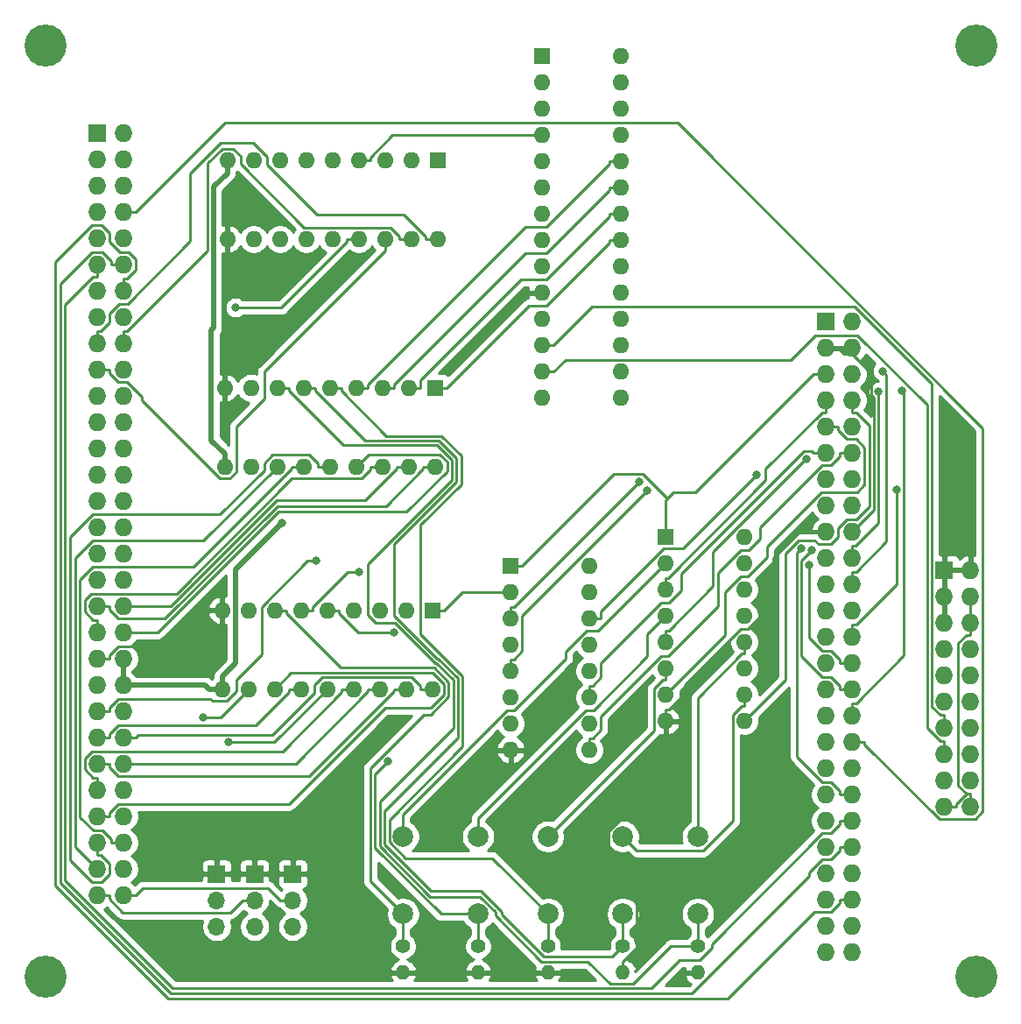
<source format=gbr>
G04 #@! TF.GenerationSoftware,KiCad,Pcbnew,(5.1.5-0-10_14)*
G04 #@! TF.CreationDate,2020-06-29T21:31:51+02:00*
G04 #@! TF.ProjectId,BROSE_LAWO_Adapter,42524f53-455f-44c4-9157-4f5f41646170,rev?*
G04 #@! TF.SameCoordinates,Original*
G04 #@! TF.FileFunction,Copper,L2,Bot*
G04 #@! TF.FilePolarity,Positive*
%FSLAX46Y46*%
G04 Gerber Fmt 4.6, Leading zero omitted, Abs format (unit mm)*
G04 Created by KiCad (PCBNEW (5.1.5-0-10_14)) date 2020-06-29 21:31:51*
%MOMM*%
%LPD*%
G04 APERTURE LIST*
%ADD10C,4.064000*%
%ADD11O,1.727200X1.727200*%
%ADD12R,1.727200X1.727200*%
%ADD13O,1.600000X1.600000*%
%ADD14R,1.600000X1.600000*%
%ADD15O,1.400000X1.400000*%
%ADD16C,1.400000*%
%ADD17C,2.000000*%
%ADD18O,1.700000X1.700000*%
%ADD19R,1.700000X1.700000*%
%ADD20C,0.800000*%
%ADD21C,0.250000*%
%ADD22C,0.500000*%
%ADD23C,0.254000*%
G04 APERTURE END LIST*
D10*
X108000000Y-18000000D03*
X108000000Y-108000000D03*
X18000000Y-108000000D03*
X18000000Y-18000000D03*
D11*
X107442000Y-91567000D03*
X104902000Y-91567000D03*
X107442000Y-89027000D03*
X104902000Y-89027000D03*
X107442000Y-86487000D03*
X104902000Y-86487000D03*
X107442000Y-83947000D03*
X104902000Y-83947000D03*
X107442000Y-81407000D03*
X104902000Y-81407000D03*
X107442000Y-78867000D03*
X104902000Y-78867000D03*
X107442000Y-76327000D03*
X104902000Y-76327000D03*
X107442000Y-73787000D03*
X104902000Y-73787000D03*
X107442000Y-71247000D03*
X104902000Y-71247000D03*
X107442000Y-68707000D03*
D12*
X104902000Y-68707000D03*
D13*
X85598000Y-65532000D03*
X77978000Y-83312000D03*
X85598000Y-68072000D03*
X77978000Y-80772000D03*
X85598000Y-70612000D03*
X77978000Y-78232000D03*
X85598000Y-73152000D03*
X77978000Y-75692000D03*
X85598000Y-75692000D03*
X77978000Y-73152000D03*
X85598000Y-78232000D03*
X77978000Y-70612000D03*
X85598000Y-80772000D03*
X77978000Y-68072000D03*
X85598000Y-83312000D03*
D14*
X77978000Y-65532000D03*
D13*
X70612000Y-68326000D03*
X62992000Y-86106000D03*
X70612000Y-70866000D03*
X62992000Y-83566000D03*
X70612000Y-73406000D03*
X62992000Y-81026000D03*
X70612000Y-75946000D03*
X62992000Y-78486000D03*
X70612000Y-78486000D03*
X62992000Y-75946000D03*
X70612000Y-81026000D03*
X62992000Y-73406000D03*
X70612000Y-83566000D03*
X62992000Y-70866000D03*
X70612000Y-86106000D03*
D14*
X62992000Y-68326000D03*
D13*
X73660000Y-19050000D03*
X66040000Y-52070000D03*
X73660000Y-21590000D03*
X66040000Y-49530000D03*
X73660000Y-24130000D03*
X66040000Y-46990000D03*
X73660000Y-26670000D03*
X66040000Y-44450000D03*
X73660000Y-29210000D03*
X66040000Y-41910000D03*
X73660000Y-31750000D03*
X66040000Y-39370000D03*
X73660000Y-34290000D03*
X66040000Y-36830000D03*
X73660000Y-36830000D03*
X66040000Y-34290000D03*
X73660000Y-39370000D03*
X66040000Y-31750000D03*
X73660000Y-41910000D03*
X66040000Y-29210000D03*
X73660000Y-44450000D03*
X66040000Y-26670000D03*
X73660000Y-46990000D03*
X66040000Y-24130000D03*
X73660000Y-49530000D03*
X66040000Y-21590000D03*
X73660000Y-52070000D03*
D14*
X66040000Y-19050000D03*
D15*
X52590000Y-107619000D03*
D16*
X52590000Y-105079000D03*
D15*
X59840000Y-107619000D03*
D16*
X59840000Y-105079000D03*
D15*
X66590000Y-107619000D03*
D16*
X66590000Y-105079000D03*
D15*
X73840000Y-107619000D03*
D16*
X73840000Y-105079000D03*
D15*
X81090000Y-107619000D03*
D16*
X81090000Y-105079000D03*
D17*
X52590000Y-94480000D03*
X52590000Y-101980000D03*
X59840000Y-94480000D03*
X59840000Y-101980000D03*
X66590000Y-94480000D03*
X66590000Y-101980000D03*
X73840000Y-94480000D03*
X73840000Y-101980000D03*
X81090000Y-94480000D03*
X81090000Y-101980000D03*
D13*
X55412000Y-80240000D03*
X35092000Y-72620000D03*
X52872000Y-80240000D03*
X37632000Y-72620000D03*
X50332000Y-80240000D03*
X40172000Y-72620000D03*
X47792000Y-80240000D03*
X42712000Y-72620000D03*
X45252000Y-80240000D03*
X45252000Y-72620000D03*
X42712000Y-80240000D03*
X47792000Y-72620000D03*
X40172000Y-80240000D03*
X50332000Y-72620000D03*
X37632000Y-80240000D03*
X52872000Y-72620000D03*
X35092000Y-80240000D03*
D14*
X55412000Y-72620000D03*
D13*
X55662000Y-58740000D03*
X35342000Y-51120000D03*
X53122000Y-58740000D03*
X37882000Y-51120000D03*
X50582000Y-58740000D03*
X40422000Y-51120000D03*
X48042000Y-58740000D03*
X42962000Y-51120000D03*
X45502000Y-58740000D03*
X45502000Y-51120000D03*
X42962000Y-58740000D03*
X48042000Y-51120000D03*
X40422000Y-58740000D03*
X50582000Y-51120000D03*
X37882000Y-58740000D03*
X53122000Y-51120000D03*
X35342000Y-58740000D03*
D14*
X55662000Y-51120000D03*
D13*
X55912000Y-36740000D03*
X35592000Y-29120000D03*
X53372000Y-36740000D03*
X38132000Y-29120000D03*
X50832000Y-36740000D03*
X40672000Y-29120000D03*
X48292000Y-36740000D03*
X43212000Y-29120000D03*
X45752000Y-36740000D03*
X45752000Y-29120000D03*
X43212000Y-36740000D03*
X48292000Y-29120000D03*
X40672000Y-36740000D03*
X50832000Y-29120000D03*
X38132000Y-36740000D03*
X53372000Y-29120000D03*
X35592000Y-36740000D03*
D14*
X55912000Y-29120000D03*
D18*
X41910000Y-103184000D03*
X41910000Y-100644000D03*
D19*
X41910000Y-98104000D03*
D18*
X38227000Y-103184000D03*
X38227000Y-100644000D03*
D19*
X38227000Y-98104000D03*
D18*
X34570000Y-103184000D03*
X34570000Y-100644000D03*
D19*
X34570000Y-98104000D03*
D11*
X96012000Y-105664000D03*
X93472000Y-105664000D03*
X96012000Y-103124000D03*
X93472000Y-103124000D03*
X96012000Y-100584000D03*
X93472000Y-100584000D03*
X96012000Y-98044000D03*
X93472000Y-98044000D03*
X96012000Y-95504000D03*
X93472000Y-95504000D03*
X96012000Y-92964000D03*
X93472000Y-92964000D03*
X96012000Y-90424000D03*
X93472000Y-90424000D03*
X96012000Y-87884000D03*
X93472000Y-87884000D03*
X96012000Y-85344000D03*
X93472000Y-85344000D03*
X96012000Y-82804000D03*
X93472000Y-82804000D03*
X96012000Y-80264000D03*
X93472000Y-80264000D03*
X96012000Y-77724000D03*
X93472000Y-77724000D03*
X96012000Y-75184000D03*
X93472000Y-75184000D03*
X96012000Y-72644000D03*
X93472000Y-72644000D03*
X96012000Y-70104000D03*
X93472000Y-70104000D03*
X96012000Y-67564000D03*
X93472000Y-67564000D03*
X96012000Y-65024000D03*
X93472000Y-65024000D03*
X96012000Y-62484000D03*
X93472000Y-62484000D03*
X96012000Y-59944000D03*
X93472000Y-59944000D03*
X96012000Y-57404000D03*
X93472000Y-57404000D03*
X96012000Y-54864000D03*
X93472000Y-54864000D03*
X96012000Y-52324000D03*
X93472000Y-52324000D03*
X96012000Y-49784000D03*
X93472000Y-49784000D03*
X96012000Y-47244000D03*
X93472000Y-47244000D03*
X96012000Y-44704000D03*
D12*
X93472000Y-44704000D03*
D11*
X25540000Y-100160000D03*
X23000000Y-100160000D03*
X25540000Y-97620000D03*
X23000000Y-97620000D03*
X25540000Y-95080000D03*
X23000000Y-95080000D03*
X25540000Y-92540000D03*
X23000000Y-92540000D03*
X25540000Y-90000000D03*
X23000000Y-90000000D03*
X25540000Y-87460000D03*
X23000000Y-87460000D03*
X25540000Y-84920000D03*
X23000000Y-84920000D03*
X25540000Y-82380000D03*
X23000000Y-82380000D03*
X25540000Y-79840000D03*
X23000000Y-79840000D03*
X25540000Y-77300000D03*
X23000000Y-77300000D03*
X25540000Y-74760000D03*
X23000000Y-74760000D03*
X25540000Y-72220000D03*
X23000000Y-72220000D03*
X25540000Y-69680000D03*
X23000000Y-69680000D03*
X25540000Y-67140000D03*
X23000000Y-67140000D03*
X25540000Y-64600000D03*
X23000000Y-64600000D03*
X25540000Y-62060000D03*
X23000000Y-62060000D03*
X25540000Y-59520000D03*
X23000000Y-59520000D03*
X25540000Y-56980000D03*
X23000000Y-56980000D03*
X25540000Y-54440000D03*
X23000000Y-54440000D03*
X25540000Y-51900000D03*
X23000000Y-51900000D03*
X25540000Y-49360000D03*
X23000000Y-49360000D03*
X25540000Y-46820000D03*
X23000000Y-46820000D03*
X25540000Y-44280000D03*
X23000000Y-44280000D03*
X25540000Y-41740000D03*
X23000000Y-41740000D03*
X25540000Y-39200000D03*
X23000000Y-39200000D03*
X25540000Y-36660000D03*
X23000000Y-36660000D03*
X25540000Y-34120000D03*
X23000000Y-34120000D03*
X25540000Y-31580000D03*
X23000000Y-31580000D03*
X25540000Y-29040000D03*
X23000000Y-29040000D03*
X25540000Y-26500000D03*
D12*
X23000000Y-26500000D03*
D20*
X33258800Y-82937400D03*
X35722000Y-85371300D03*
X44174700Y-67842100D03*
X40860400Y-64208000D03*
X43180000Y-94361000D03*
X33147000Y-94234000D03*
X36957000Y-45847000D03*
X106553000Y-64516000D03*
X79248000Y-86487000D03*
X73914000Y-84201000D03*
X68072000Y-86741000D03*
X65242600Y-84980700D03*
X70612000Y-104902000D03*
X76454000Y-104902000D03*
X56134000Y-106553000D03*
X46277650Y-101296350D03*
X46355000Y-106426000D03*
X39497000Y-106426000D03*
X36386800Y-43366400D03*
X91109100Y-66599700D03*
X100827700Y-51394900D03*
X92139800Y-66784500D03*
X91843500Y-68219500D03*
X100301300Y-60962900D03*
X98940600Y-49495400D03*
X98578000Y-51478700D03*
X75418000Y-60184900D03*
X76223600Y-61054600D03*
X86751200Y-59551000D03*
X91620200Y-58017200D03*
X51151900Y-87176100D03*
X48314000Y-68935000D03*
X51702200Y-74754200D03*
D21*
X104902000Y-83947000D02*
X104902000Y-82758100D01*
X66040000Y-46990000D02*
X67165300Y-46990000D01*
X67165300Y-46990000D02*
X70856200Y-43299100D01*
X70856200Y-43299100D02*
X96291100Y-43299100D01*
X96291100Y-43299100D02*
X103713100Y-50721100D01*
X103713100Y-50721100D02*
X103713100Y-81940800D01*
X103713100Y-81940800D02*
X104530400Y-82758100D01*
X104530400Y-82758100D02*
X104902000Y-82758100D01*
X67165300Y-49530000D02*
X68290600Y-48404700D01*
X68290600Y-48404700D02*
X90077400Y-48404700D01*
X90077400Y-48404700D02*
X92436700Y-46045400D01*
X92436700Y-46045400D02*
X96529600Y-46045400D01*
X96529600Y-46045400D02*
X103262800Y-52778600D01*
X103262800Y-52778600D02*
X103262800Y-84030500D01*
X103262800Y-84030500D02*
X104530400Y-85298100D01*
X104530400Y-85298100D02*
X104902000Y-85298100D01*
X104902000Y-86487000D02*
X104902000Y-85298100D01*
X66040000Y-49530000D02*
X67165300Y-49530000D01*
X41910000Y-100644000D02*
X40734700Y-100644000D01*
X25540000Y-100160000D02*
X26728900Y-100160000D01*
X26728900Y-100160000D02*
X27420200Y-99468700D01*
X27420200Y-99468700D02*
X39559400Y-99468700D01*
X39559400Y-99468700D02*
X40734700Y-100644000D01*
X38227000Y-100644000D02*
X37051700Y-100644000D01*
X23000000Y-100160000D02*
X24188900Y-100160000D01*
X24188900Y-100160000D02*
X24188900Y-100531500D01*
X24188900Y-100531500D02*
X25476700Y-101819300D01*
X25476700Y-101819300D02*
X35876400Y-101819300D01*
X35876400Y-101819300D02*
X37051700Y-100644000D01*
X40422000Y-58740000D02*
X33292000Y-65870000D01*
X33292000Y-65870000D02*
X22586500Y-65870000D01*
X22586500Y-65870000D02*
X20858300Y-67598200D01*
X20858300Y-67598200D02*
X20858300Y-95478300D01*
X20858300Y-95478300D02*
X23000000Y-97620000D01*
X41836700Y-58740000D02*
X41836700Y-58932800D01*
X41836700Y-58932800D02*
X32359500Y-68410000D01*
X32359500Y-68410000D02*
X22587400Y-68410000D01*
X22587400Y-68410000D02*
X21349600Y-69647800D01*
X21349600Y-69647800D02*
X21349600Y-92591100D01*
X21349600Y-92591100D02*
X22649600Y-93891100D01*
X22649600Y-93891100D02*
X23533800Y-93891100D01*
X23533800Y-93891100D02*
X24351100Y-94708400D01*
X24351100Y-94708400D02*
X24351100Y-95080000D01*
X42962000Y-58740000D02*
X41836700Y-58740000D01*
X25540000Y-95080000D02*
X24351100Y-95080000D01*
X44376700Y-58740000D02*
X44376700Y-58458600D01*
X44376700Y-58458600D02*
X43532800Y-57614700D01*
X43532800Y-57614700D02*
X39949800Y-57614700D01*
X39949800Y-57614700D02*
X39152000Y-58412500D01*
X39152000Y-58412500D02*
X39152000Y-59084400D01*
X39152000Y-59084400D02*
X34900900Y-63335500D01*
X34900900Y-63335500D02*
X22561700Y-63335500D01*
X22561700Y-63335500D02*
X20383400Y-65513800D01*
X20383400Y-65513800D02*
X20383400Y-96752700D01*
X20383400Y-96752700D02*
X22520700Y-98890000D01*
X22520700Y-98890000D02*
X23433300Y-98890000D01*
X23433300Y-98890000D02*
X24189000Y-98134300D01*
X24189000Y-98134300D02*
X24189000Y-97086400D01*
X24189000Y-97086400D02*
X23371500Y-96268900D01*
X23371500Y-96268900D02*
X23000000Y-96268900D01*
X45502000Y-58740000D02*
X44376700Y-58740000D01*
X23000000Y-95080000D02*
X23000000Y-96268900D01*
X33258800Y-82937400D02*
X34934600Y-82937400D01*
X34934600Y-82937400D02*
X37632000Y-80240000D01*
X23000000Y-92540000D02*
X24188900Y-92540000D01*
X24188900Y-92540000D02*
X24188900Y-92168400D01*
X24188900Y-92168400D02*
X25006200Y-91351100D01*
X25006200Y-91351100D02*
X41553800Y-91351100D01*
X41553800Y-91351100D02*
X50835500Y-82069400D01*
X50835500Y-82069400D02*
X55232800Y-82069400D01*
X55232800Y-82069400D02*
X56543600Y-80758600D01*
X56543600Y-80758600D02*
X56543600Y-79742200D01*
X56543600Y-79742200D02*
X55465700Y-78664300D01*
X55465700Y-78664300D02*
X41747700Y-78664300D01*
X41747700Y-78664300D02*
X40172000Y-80240000D01*
X35722000Y-85371300D02*
X40120700Y-85371300D01*
X40120700Y-85371300D02*
X45252000Y-80240000D01*
X47792000Y-80240000D02*
X46666700Y-80240000D01*
X23000000Y-90000000D02*
X23000000Y-88811100D01*
X23000000Y-88811100D02*
X22628500Y-88811100D01*
X22628500Y-88811100D02*
X21811000Y-87993600D01*
X21811000Y-87993600D02*
X21811000Y-86923300D01*
X21811000Y-86923300D02*
X22478900Y-86255400D01*
X22478900Y-86255400D02*
X40932600Y-86255400D01*
X40932600Y-86255400D02*
X46666700Y-80521300D01*
X46666700Y-80521300D02*
X46666700Y-80240000D01*
X49206700Y-80240000D02*
X49206700Y-80444500D01*
X49206700Y-80444500D02*
X42191200Y-87460000D01*
X42191200Y-87460000D02*
X26728900Y-87460000D01*
X25540000Y-87460000D02*
X26728900Y-87460000D01*
X50332000Y-80240000D02*
X49206700Y-80240000D01*
X52872000Y-80240000D02*
X51746700Y-80240000D01*
X23000000Y-87460000D02*
X24188900Y-87460000D01*
X24188900Y-87460000D02*
X24188900Y-87831500D01*
X24188900Y-87831500D02*
X25022100Y-88664700D01*
X25022100Y-88664700D02*
X43498900Y-88664700D01*
X43498900Y-88664700D02*
X51746700Y-80416900D01*
X51746700Y-80416900D02*
X51746700Y-80240000D01*
X55412000Y-80240000D02*
X54286700Y-80240000D01*
X25540000Y-84920000D02*
X26728900Y-84920000D01*
X26728900Y-84920000D02*
X27018000Y-84630900D01*
X27018000Y-84630900D02*
X39914200Y-84630900D01*
X39914200Y-84630900D02*
X43982000Y-80563100D01*
X43982000Y-80563100D02*
X43982000Y-79875000D01*
X43982000Y-79875000D02*
X44742300Y-79114700D01*
X44742300Y-79114700D02*
X53442800Y-79114700D01*
X53442800Y-79114700D02*
X54286700Y-79958600D01*
X54286700Y-79958600D02*
X54286700Y-80240000D01*
X42712000Y-80240000D02*
X41586700Y-80240000D01*
X23000000Y-84920000D02*
X24188900Y-84920000D01*
X24188900Y-84920000D02*
X24188900Y-84548400D01*
X24188900Y-84548400D02*
X25006200Y-83731100D01*
X25006200Y-83731100D02*
X38376900Y-83731100D01*
X38376900Y-83731100D02*
X41586700Y-80521300D01*
X41586700Y-80521300D02*
X41586700Y-80240000D01*
X24188900Y-82380000D02*
X24188900Y-82008500D01*
X24188900Y-82008500D02*
X25023600Y-81173800D01*
X25023600Y-81173800D02*
X33926400Y-81173800D01*
X33926400Y-81173800D02*
X34154400Y-81401800D01*
X34154400Y-81401800D02*
X35531800Y-81401800D01*
X35531800Y-81401800D02*
X36480300Y-80453300D01*
X36480300Y-80453300D02*
X36480300Y-79327500D01*
X36480300Y-79327500D02*
X38902000Y-76905800D01*
X38902000Y-76905800D02*
X38902000Y-72287900D01*
X38902000Y-72287900D02*
X43347800Y-67842100D01*
X43347800Y-67842100D02*
X44174700Y-67842100D01*
X78117800Y-61835400D02*
X77978000Y-61975200D01*
X77978000Y-61975200D02*
X77978000Y-64406700D01*
X92283100Y-49784000D02*
X80837200Y-61229900D01*
X80837200Y-61229900D02*
X78723300Y-61229900D01*
X78723300Y-61229900D02*
X78117800Y-61835400D01*
X64117300Y-68326000D02*
X73003800Y-59439500D01*
X73003800Y-59439500D02*
X75721800Y-59439500D01*
X75721800Y-59439500D02*
X78117800Y-61835400D01*
X62992000Y-68326000D02*
X64117300Y-68326000D01*
X23000000Y-82380000D02*
X24188900Y-82380000D01*
X93472000Y-49784000D02*
X92283100Y-49784000D01*
X77978000Y-65532000D02*
X77978000Y-64406700D01*
X107070400Y-90378100D02*
X107442000Y-90378100D01*
X107442000Y-74975900D02*
X107070400Y-74975900D01*
X107070400Y-74975900D02*
X106253100Y-75793200D01*
X106253100Y-75793200D02*
X106253100Y-89560800D01*
X106253100Y-89560800D02*
X107070400Y-90378100D01*
X107070400Y-90378100D02*
X106090900Y-91357600D01*
X106090900Y-91357600D02*
X106090900Y-91567000D01*
X104902000Y-91567000D02*
X106090900Y-91567000D01*
X107442000Y-73787000D02*
X107442000Y-74975900D01*
X107442000Y-71247000D02*
X107442000Y-73787000D01*
X107442000Y-91567000D02*
X107442000Y-90378100D01*
D22*
X35092000Y-78989700D02*
X36362000Y-77719700D01*
X36362000Y-77719700D02*
X36362000Y-68706400D01*
X36362000Y-68706400D02*
X40860400Y-64208000D01*
X35342000Y-58740000D02*
X35342000Y-57489700D01*
X35592000Y-30370300D02*
X34265900Y-31696400D01*
X34265900Y-31696400D02*
X34265900Y-45296600D01*
X34265900Y-45296600D02*
X34047200Y-45515300D01*
X34047200Y-45515300D02*
X34047200Y-56194900D01*
X34047200Y-56194900D02*
X35342000Y-57489700D01*
X35592000Y-29120000D02*
X35592000Y-30370300D01*
X35092000Y-80240000D02*
X35092000Y-78989700D01*
X35092000Y-80240000D02*
X33841700Y-80240000D01*
X25540000Y-79840000D02*
X33441700Y-79840000D01*
X33441700Y-79840000D02*
X33841700Y-80240000D01*
X25540000Y-77300000D02*
X25540000Y-79840000D01*
D21*
X35092000Y-72620000D02*
X33966700Y-72620000D01*
X23000000Y-77300000D02*
X24188900Y-77300000D01*
X24188900Y-77300000D02*
X24188900Y-76928400D01*
X24188900Y-76928400D02*
X25006200Y-76111100D01*
X25006200Y-76111100D02*
X30475600Y-76111100D01*
X30475600Y-76111100D02*
X33966700Y-72620000D01*
X96012000Y-47838400D02*
X97852700Y-49679100D01*
X97852700Y-49679100D02*
X97852700Y-51779100D01*
X97852700Y-51779100D02*
X98124300Y-52050700D01*
X98124300Y-52050700D02*
X98124300Y-62911700D01*
X98124300Y-62911700D02*
X96012000Y-65024000D01*
X77978000Y-82186700D02*
X78259400Y-82186700D01*
X78259400Y-82186700D02*
X79824300Y-80621800D01*
X79824300Y-80621800D02*
X79824300Y-79874100D01*
X79824300Y-79874100D02*
X85276400Y-74422000D01*
X85276400Y-74422000D02*
X85923000Y-74422000D01*
X85923000Y-74422000D02*
X88408500Y-71936500D01*
X88408500Y-71936500D02*
X88408500Y-67552000D01*
X88408500Y-67552000D02*
X90936500Y-65024000D01*
X90936500Y-65024000D02*
X92283100Y-65024000D01*
X104902000Y-68707000D02*
X106253100Y-68707000D01*
X107442000Y-68707000D02*
X106253100Y-68707000D01*
X38227000Y-98104000D02*
X34570000Y-98104000D01*
X93472000Y-47244000D02*
X94660900Y-47244000D01*
X96012000Y-47838400D02*
X95255300Y-47838400D01*
X95255300Y-47838400D02*
X94660900Y-47244000D01*
X96012000Y-47244000D02*
X96012000Y-47838400D01*
X35592000Y-37865300D02*
X35342000Y-38115300D01*
X35342000Y-38115300D02*
X35342000Y-49994700D01*
X35592000Y-36740000D02*
X35592000Y-37865300D01*
X35342000Y-51120000D02*
X35342000Y-49994700D01*
X73840000Y-107619000D02*
X73840000Y-106593700D01*
X73840000Y-106593700D02*
X75169700Y-105264000D01*
X75169700Y-105264000D02*
X75169700Y-99115300D01*
X75169700Y-99115300D02*
X72460800Y-96406400D01*
X72460800Y-96406400D02*
X72460800Y-93981100D01*
X72460800Y-93981100D02*
X77978000Y-88463900D01*
X77978000Y-88463900D02*
X77978000Y-83312000D01*
X104902000Y-68707000D02*
X104902000Y-71247000D01*
X93472000Y-65024000D02*
X92283100Y-65024000D01*
X104902000Y-71247000D02*
X104902000Y-73787000D01*
X77978000Y-83312000D02*
X77978000Y-82186700D01*
X25540000Y-74760000D02*
X28860300Y-74760000D01*
X28860300Y-74760000D02*
X40529000Y-63091300D01*
X40529000Y-63091300D02*
X52915500Y-63091300D01*
X52915500Y-63091300D02*
X56842300Y-59164500D01*
X56842300Y-59164500D02*
X56842300Y-58263300D01*
X56842300Y-58263300D02*
X56141400Y-57562400D01*
X56141400Y-57562400D02*
X49219600Y-57562400D01*
X49219600Y-57562400D02*
X48042000Y-58740000D01*
X23000000Y-73571100D02*
X22628500Y-73571100D01*
X22628500Y-73571100D02*
X21805200Y-72747800D01*
X21805200Y-72747800D02*
X21805200Y-71662100D01*
X21805200Y-71662100D02*
X22460900Y-71006400D01*
X22460900Y-71006400D02*
X30703200Y-71006400D01*
X30703200Y-71006400D02*
X41844300Y-59865300D01*
X41844300Y-59865300D02*
X48612800Y-59865300D01*
X48612800Y-59865300D02*
X49456700Y-59021400D01*
X49456700Y-59021400D02*
X49456700Y-58740000D01*
X50582000Y-58740000D02*
X49456700Y-58740000D01*
X23000000Y-74760000D02*
X23000000Y-73571100D01*
X51996700Y-58740000D02*
X51996700Y-58944600D01*
X51996700Y-58944600D02*
X48946900Y-61994400D01*
X48946900Y-61994400D02*
X40352100Y-61994400D01*
X40352100Y-61994400D02*
X30126500Y-72220000D01*
X30126500Y-72220000D02*
X26728900Y-72220000D01*
X25540000Y-72220000D02*
X26728900Y-72220000D01*
X53122000Y-58740000D02*
X51996700Y-58740000D01*
X54536700Y-58740000D02*
X54536700Y-58944500D01*
X54536700Y-58944500D02*
X50913000Y-62568200D01*
X50913000Y-62568200D02*
X40415200Y-62568200D01*
X40415200Y-62568200D02*
X29558700Y-73424700D01*
X29558700Y-73424700D02*
X25022100Y-73424700D01*
X25022100Y-73424700D02*
X24188900Y-72591500D01*
X24188900Y-72591500D02*
X24188900Y-72220000D01*
X55662000Y-58740000D02*
X54536700Y-58740000D01*
X23000000Y-72220000D02*
X24188900Y-72220000D01*
X48292000Y-36740000D02*
X47166700Y-36740000D01*
X36386800Y-43366400D02*
X40821600Y-43366400D01*
X40821600Y-43366400D02*
X47166700Y-37021300D01*
X47166700Y-37021300D02*
X47166700Y-36740000D01*
X50832000Y-37865300D02*
X39152000Y-49545300D01*
X39152000Y-49545300D02*
X39152000Y-52167900D01*
X39152000Y-52167900D02*
X36467400Y-54852500D01*
X36467400Y-54852500D02*
X36467400Y-59230200D01*
X36467400Y-59230200D02*
X35822300Y-59875300D01*
X35822300Y-59875300D02*
X34875900Y-59875300D01*
X34875900Y-59875300D02*
X27355200Y-52354600D01*
X27355200Y-52354600D02*
X27355200Y-52015900D01*
X27355200Y-52015900D02*
X25888200Y-50548900D01*
X25888200Y-50548900D02*
X25006200Y-50548900D01*
X25006200Y-50548900D02*
X24188900Y-49731600D01*
X24188900Y-49731600D02*
X24188900Y-49360000D01*
X50832000Y-36740000D02*
X50832000Y-37865300D01*
X23000000Y-49360000D02*
X24188900Y-49360000D01*
X53372000Y-36740000D02*
X52246700Y-36740000D01*
X25540000Y-46820000D02*
X25540000Y-45631100D01*
X25540000Y-45631100D02*
X25911500Y-45631100D01*
X25911500Y-45631100D02*
X33690500Y-37852100D01*
X33690500Y-37852100D02*
X33690500Y-29393900D01*
X33690500Y-29393900D02*
X35090200Y-27994200D01*
X35090200Y-27994200D02*
X36122700Y-27994200D01*
X36122700Y-27994200D02*
X36862000Y-28733500D01*
X36862000Y-28733500D02*
X36862000Y-29452800D01*
X36862000Y-29452800D02*
X43023900Y-35614700D01*
X43023900Y-35614700D02*
X51402800Y-35614700D01*
X51402800Y-35614700D02*
X52246700Y-36458600D01*
X52246700Y-36458600D02*
X52246700Y-36740000D01*
X55912000Y-36740000D02*
X54786700Y-36740000D01*
X23000000Y-46820000D02*
X23000000Y-45631100D01*
X23000000Y-45631100D02*
X23371600Y-45631100D01*
X23371600Y-45631100D02*
X24188900Y-44813800D01*
X24188900Y-44813800D02*
X24188900Y-43927800D01*
X24188900Y-43927800D02*
X25106700Y-43010000D01*
X25106700Y-43010000D02*
X25957500Y-43010000D01*
X25957500Y-43010000D02*
X32017900Y-36949600D01*
X32017900Y-36949600D02*
X32017900Y-30429600D01*
X32017900Y-30429600D02*
X34976000Y-27471500D01*
X34976000Y-27471500D02*
X38103000Y-27471500D01*
X38103000Y-27471500D02*
X39402000Y-28770500D01*
X39402000Y-28770500D02*
X39402000Y-29511500D01*
X39402000Y-29511500D02*
X44235100Y-34344600D01*
X44235100Y-34344600D02*
X52672600Y-34344600D01*
X52672600Y-34344600D02*
X54786700Y-36458700D01*
X54786700Y-36458700D02*
X54786700Y-36740000D01*
X25540000Y-40551100D02*
X25911500Y-40551100D01*
X25911500Y-40551100D02*
X26780300Y-39682300D01*
X26780300Y-39682300D02*
X26780300Y-38729900D01*
X26780300Y-38729900D02*
X26035700Y-37985300D01*
X26035700Y-37985300D02*
X25182900Y-37985300D01*
X25182900Y-37985300D02*
X24189000Y-36991400D01*
X24189000Y-36991400D02*
X24189000Y-36145700D01*
X24189000Y-36145700D02*
X23433300Y-35390000D01*
X23433300Y-35390000D02*
X22520800Y-35390000D01*
X22520800Y-35390000D02*
X18946400Y-38964400D01*
X18946400Y-38964400D02*
X18946400Y-99202500D01*
X18946400Y-99202500D02*
X29867700Y-110123800D01*
X29867700Y-110123800D02*
X84013200Y-110123800D01*
X84013200Y-110123800D02*
X92364100Y-101772900D01*
X92364100Y-101772900D02*
X94005800Y-101772900D01*
X94005800Y-101772900D02*
X94823100Y-100955600D01*
X94823100Y-100955600D02*
X94823100Y-100584000D01*
X96012000Y-100584000D02*
X94823100Y-100584000D01*
X25540000Y-41740000D02*
X25540000Y-40551100D01*
X24351100Y-39200000D02*
X24351100Y-38828500D01*
X24351100Y-38828500D02*
X23507700Y-37985100D01*
X23507700Y-37985100D02*
X22478500Y-37985100D01*
X22478500Y-37985100D02*
X19416700Y-41046900D01*
X19416700Y-41046900D02*
X19416700Y-98964800D01*
X19416700Y-98964800D02*
X30123900Y-109672000D01*
X30123900Y-109672000D02*
X80528700Y-109672000D01*
X80528700Y-109672000D02*
X91877700Y-98323000D01*
X91877700Y-98323000D02*
X91877700Y-97935600D01*
X91877700Y-97935600D02*
X93120400Y-96692900D01*
X93120400Y-96692900D02*
X94005800Y-96692900D01*
X94005800Y-96692900D02*
X94823100Y-95875600D01*
X94823100Y-95875600D02*
X94823100Y-95504000D01*
X96012000Y-95504000D02*
X94823100Y-95504000D01*
X25540000Y-39200000D02*
X24351100Y-39200000D01*
X23000000Y-40388900D02*
X22628500Y-40388900D01*
X22628500Y-40388900D02*
X19903000Y-43114400D01*
X19903000Y-43114400D02*
X19903000Y-98750100D01*
X19903000Y-98750100D02*
X30312600Y-109159700D01*
X30312600Y-109159700D02*
X76626400Y-109159700D01*
X76626400Y-109159700D02*
X79342400Y-106443700D01*
X79342400Y-106443700D02*
X81228900Y-106443700D01*
X81228900Y-106443700D02*
X82415400Y-105257200D01*
X82415400Y-105257200D02*
X82415400Y-104867200D01*
X82415400Y-104867200D02*
X93129700Y-94152900D01*
X93129700Y-94152900D02*
X94005800Y-94152900D01*
X94005800Y-94152900D02*
X94823100Y-93335600D01*
X94823100Y-93335600D02*
X94823100Y-92964000D01*
X96012000Y-92964000D02*
X94823100Y-92964000D01*
X23000000Y-39200000D02*
X23000000Y-40388900D01*
X94823100Y-90424000D02*
X94823100Y-90052400D01*
X94823100Y-90052400D02*
X94005800Y-89235100D01*
X94005800Y-89235100D02*
X93134600Y-89235100D01*
X93134600Y-89235100D02*
X90659600Y-86760100D01*
X90659600Y-86760100D02*
X90659600Y-67049200D01*
X90659600Y-67049200D02*
X91109100Y-66599700D01*
X96012000Y-90424000D02*
X94823100Y-90424000D01*
X97200900Y-85344000D02*
X97200900Y-85566900D01*
X97200900Y-85566900D02*
X104431300Y-92797300D01*
X104431300Y-92797300D02*
X107904700Y-92797300D01*
X107904700Y-92797300D02*
X108642500Y-92059500D01*
X108642500Y-92059500D02*
X108642500Y-55013500D01*
X108642500Y-55013500D02*
X79137500Y-25508500D01*
X79137500Y-25508500D02*
X35340400Y-25508500D01*
X35340400Y-25508500D02*
X26728900Y-34120000D01*
X96012000Y-85344000D02*
X97200900Y-85344000D01*
X25540000Y-34120000D02*
X26728900Y-34120000D01*
X96012000Y-81615100D02*
X96383500Y-81615100D01*
X96383500Y-81615100D02*
X101026600Y-76972000D01*
X101026600Y-76972000D02*
X101026600Y-51593800D01*
X101026600Y-51593800D02*
X100827700Y-51394900D01*
X96012000Y-82804000D02*
X96012000Y-81615100D01*
X94823100Y-80264000D02*
X94823100Y-79892400D01*
X94823100Y-79892400D02*
X94005800Y-79075100D01*
X94005800Y-79075100D02*
X93133300Y-79075100D01*
X93133300Y-79075100D02*
X91109900Y-77051700D01*
X91109900Y-77051700D02*
X91109900Y-67814400D01*
X91109900Y-67814400D02*
X92139800Y-66784500D01*
X96012000Y-80264000D02*
X94823100Y-80264000D01*
X96012000Y-77724000D02*
X94823100Y-77724000D01*
X91843500Y-68219500D02*
X91843500Y-75287600D01*
X91843500Y-75287600D02*
X93091000Y-76535100D01*
X93091000Y-76535100D02*
X94005800Y-76535100D01*
X94005800Y-76535100D02*
X94823100Y-77352400D01*
X94823100Y-77352400D02*
X94823100Y-77724000D01*
X96012000Y-75184000D02*
X96012000Y-73995100D01*
X100301300Y-60962900D02*
X100301300Y-70077300D01*
X100301300Y-70077300D02*
X96383500Y-73995100D01*
X96383500Y-73995100D02*
X96012000Y-73995100D01*
X96012000Y-68915100D02*
X96383500Y-68915100D01*
X96383500Y-68915100D02*
X99303300Y-65995300D01*
X99303300Y-65995300D02*
X99303300Y-49858100D01*
X99303300Y-49858100D02*
X98940600Y-49495400D01*
X96012000Y-70104000D02*
X96012000Y-68915100D01*
X96012000Y-67564000D02*
X96012000Y-66375100D01*
X98578000Y-51478700D02*
X98578000Y-64165500D01*
X98578000Y-64165500D02*
X96368400Y-66375100D01*
X96368400Y-66375100D02*
X96012000Y-66375100D01*
X62992000Y-72280700D02*
X63322200Y-72280700D01*
X63322200Y-72280700D02*
X75418000Y-60184900D01*
X62992000Y-73406000D02*
X62992000Y-72280700D01*
X62992000Y-77360700D02*
X63273400Y-77360700D01*
X63273400Y-77360700D02*
X64117300Y-76516800D01*
X64117300Y-76516800D02*
X64117300Y-73160900D01*
X64117300Y-73160900D02*
X76223600Y-61054600D01*
X62992000Y-78486000D02*
X62992000Y-77360700D01*
X86751200Y-59551000D02*
X79644800Y-66657400D01*
X79644800Y-66657400D02*
X77782600Y-66657400D01*
X77782600Y-66657400D02*
X71737300Y-72702700D01*
X71737300Y-72702700D02*
X71737300Y-73406000D01*
X70612000Y-73406000D02*
X71737300Y-73406000D01*
X94823100Y-57404000D02*
X94823100Y-57775600D01*
X94823100Y-57775600D02*
X94005800Y-58592900D01*
X94005800Y-58592900D02*
X93115100Y-58592900D01*
X93115100Y-58592900D02*
X87127500Y-64580500D01*
X87127500Y-64580500D02*
X87127500Y-65670900D01*
X87127500Y-65670900D02*
X85996400Y-66802000D01*
X85996400Y-66802000D02*
X85263000Y-66802000D01*
X85263000Y-66802000D02*
X83025800Y-69039200D01*
X83025800Y-69039200D02*
X83025800Y-72249900D01*
X83025800Y-72249900D02*
X78209600Y-77066100D01*
X78209600Y-77066100D02*
X77531100Y-77066100D01*
X77531100Y-77066100D02*
X71737300Y-82859900D01*
X71737300Y-82859900D02*
X71737300Y-84136800D01*
X71737300Y-84136800D02*
X70893400Y-84980700D01*
X70893400Y-84980700D02*
X70612000Y-84980700D01*
X70612000Y-86106000D02*
X70612000Y-84980700D01*
X96012000Y-57404000D02*
X94823100Y-57404000D01*
X70612000Y-81026000D02*
X70612000Y-79900700D01*
X93472000Y-57404000D02*
X92283100Y-57404000D01*
X92283100Y-57404000D02*
X92120900Y-57241800D01*
X92120900Y-57241800D02*
X91360200Y-57241800D01*
X91360200Y-57241800D02*
X79528700Y-69073300D01*
X79528700Y-69073300D02*
X79528700Y-70656000D01*
X79528700Y-70656000D02*
X78302700Y-71882000D01*
X78302700Y-71882000D02*
X77577700Y-71882000D01*
X77577700Y-71882000D02*
X71737300Y-77722400D01*
X71737300Y-77722400D02*
X71737300Y-79056800D01*
X71737300Y-79056800D02*
X70893400Y-79900700D01*
X70893400Y-79900700D02*
X70612000Y-79900700D01*
X77978000Y-74566700D02*
X78259300Y-74566700D01*
X78259300Y-74566700D02*
X82563800Y-70262200D01*
X82563800Y-70262200D02*
X82563800Y-66964300D01*
X82563800Y-66964300D02*
X91510900Y-58017200D01*
X91510900Y-58017200D02*
X91620200Y-58017200D01*
X77978000Y-75692000D02*
X77978000Y-74566700D01*
X93472000Y-54864000D02*
X94660900Y-54864000D01*
X94660900Y-54864000D02*
X94660900Y-55235600D01*
X94660900Y-55235600D02*
X95478200Y-56052900D01*
X95478200Y-56052900D02*
X96396600Y-56052900D01*
X96396600Y-56052900D02*
X97223700Y-56880000D01*
X97223700Y-56880000D02*
X97223700Y-60461200D01*
X97223700Y-60461200D02*
X96470900Y-61214000D01*
X96470900Y-61214000D02*
X93055000Y-61214000D01*
X93055000Y-61214000D02*
X87813500Y-66455500D01*
X87813500Y-66455500D02*
X87813500Y-67470200D01*
X87813500Y-67470200D02*
X85941700Y-69342000D01*
X85941700Y-69342000D02*
X85209700Y-69342000D01*
X85209700Y-69342000D02*
X83701200Y-70850500D01*
X83701200Y-70850500D02*
X83701200Y-75048800D01*
X83701200Y-75048800D02*
X77978000Y-80772000D01*
X85598000Y-83312000D02*
X89568000Y-79342000D01*
X89568000Y-79342000D02*
X89568000Y-67109100D01*
X89568000Y-67109100D02*
X90832900Y-65844200D01*
X90832900Y-65844200D02*
X92392200Y-65844200D01*
X92392200Y-65844200D02*
X92770400Y-66222400D01*
X92770400Y-66222400D02*
X93976900Y-66222400D01*
X93976900Y-66222400D02*
X94661000Y-65538300D01*
X94661000Y-65538300D02*
X94661000Y-64671700D01*
X94661000Y-64671700D02*
X95497700Y-63835000D01*
X95497700Y-63835000D02*
X96407000Y-63835000D01*
X96407000Y-63835000D02*
X97674000Y-62568000D01*
X97674000Y-62568000D02*
X97674000Y-54803400D01*
X97674000Y-54803400D02*
X96383500Y-53512900D01*
X96383500Y-53512900D02*
X96012000Y-53512900D01*
X96012000Y-52324000D02*
X96012000Y-53512900D01*
X93472000Y-53512900D02*
X93100400Y-53512900D01*
X93100400Y-53512900D02*
X87647000Y-58966300D01*
X87647000Y-58966300D02*
X87647000Y-60067900D01*
X87647000Y-60067900D02*
X78228200Y-69486700D01*
X78228200Y-69486700D02*
X77978000Y-69486700D01*
X77978000Y-70612000D02*
X77978000Y-69486700D01*
X93472000Y-52324000D02*
X93472000Y-53512900D01*
X66040000Y-26670000D02*
X64914700Y-26670000D01*
X48292000Y-29120000D02*
X49417300Y-29120000D01*
X49417300Y-29120000D02*
X49417300Y-28838700D01*
X49417300Y-28838700D02*
X51586000Y-26670000D01*
X51586000Y-26670000D02*
X64914700Y-26670000D01*
X73660000Y-29210000D02*
X72534700Y-29210000D01*
X48042000Y-51120000D02*
X49167300Y-51120000D01*
X49167300Y-51120000D02*
X49167300Y-50838700D01*
X49167300Y-50838700D02*
X64446000Y-35560000D01*
X64446000Y-35560000D02*
X66466000Y-35560000D01*
X66466000Y-35560000D02*
X72534700Y-29491300D01*
X72534700Y-29491300D02*
X72534700Y-29210000D01*
X73660000Y-31750000D02*
X72534700Y-31750000D01*
X50582000Y-51120000D02*
X51707300Y-51120000D01*
X51707300Y-51120000D02*
X51707300Y-50838700D01*
X51707300Y-50838700D02*
X64446000Y-38100000D01*
X64446000Y-38100000D02*
X66466000Y-38100000D01*
X66466000Y-38100000D02*
X72534700Y-32031300D01*
X72534700Y-32031300D02*
X72534700Y-31750000D01*
X73660000Y-34290000D02*
X72534700Y-34290000D01*
X53122000Y-51120000D02*
X54247300Y-51120000D01*
X54247300Y-51120000D02*
X54247300Y-50416700D01*
X54247300Y-50416700D02*
X64024000Y-40640000D01*
X64024000Y-40640000D02*
X66466000Y-40640000D01*
X66466000Y-40640000D02*
X72534700Y-34571300D01*
X72534700Y-34571300D02*
X72534700Y-34290000D01*
X73660000Y-36830000D02*
X72534700Y-36830000D01*
X55662000Y-51120000D02*
X56787300Y-51120000D01*
X56787300Y-51120000D02*
X64727300Y-43180000D01*
X64727300Y-43180000D02*
X66466000Y-43180000D01*
X66466000Y-43180000D02*
X72534700Y-37111300D01*
X72534700Y-37111300D02*
X72534700Y-36830000D01*
X52590000Y-101980000D02*
X49428000Y-98818000D01*
X49428000Y-98818000D02*
X49428000Y-87874200D01*
X49428000Y-87874200D02*
X54623500Y-82678700D01*
X54623500Y-82678700D02*
X55260400Y-82678700D01*
X55260400Y-82678700D02*
X56993900Y-80945200D01*
X56993900Y-80945200D02*
X56993900Y-79555600D01*
X56993900Y-79555600D02*
X55618000Y-78179700D01*
X55618000Y-78179700D02*
X46575700Y-78179700D01*
X46575700Y-78179700D02*
X41297300Y-72901300D01*
X41297300Y-72901300D02*
X41297300Y-72620000D01*
X40172000Y-72620000D02*
X41297300Y-72620000D01*
X52590000Y-105079000D02*
X52590000Y-101980000D01*
X59840000Y-101980000D02*
X56251400Y-101980000D01*
X56251400Y-101980000D02*
X49881900Y-95610500D01*
X49881900Y-95610500D02*
X49881900Y-88446100D01*
X49881900Y-88446100D02*
X51151900Y-87176100D01*
X59840000Y-101980000D02*
X59840000Y-105079000D01*
X66590000Y-101980000D02*
X61186100Y-96576100D01*
X61186100Y-96576100D02*
X52809300Y-96576100D01*
X52809300Y-96576100D02*
X51256700Y-95023500D01*
X51256700Y-95023500D02*
X51256700Y-92860700D01*
X51256700Y-92860700D02*
X58344800Y-85772600D01*
X58344800Y-85772600D02*
X58344800Y-78995800D01*
X58344800Y-78995800D02*
X54286600Y-74937600D01*
X54286600Y-74937600D02*
X54286600Y-64338000D01*
X54286600Y-64338000D02*
X58213600Y-60411000D01*
X58213600Y-60411000D02*
X58213600Y-57691100D01*
X58213600Y-57691100D02*
X56277200Y-55754700D01*
X56277200Y-55754700D02*
X50980600Y-55754700D01*
X50980600Y-55754700D02*
X46627300Y-51401400D01*
X46627300Y-51401400D02*
X46627300Y-51120000D01*
X66590000Y-101980000D02*
X66590000Y-105079000D01*
X45502000Y-51120000D02*
X46627300Y-51120000D01*
X73840000Y-105079000D02*
X72808100Y-106110900D01*
X72808100Y-106110900D02*
X66163900Y-106110900D01*
X66163900Y-106110900D02*
X62111400Y-102058400D01*
X62111400Y-102058400D02*
X62111400Y-101740000D01*
X62111400Y-101740000D02*
X60066800Y-99695400D01*
X60066800Y-99695400D02*
X55240600Y-99695400D01*
X55240600Y-99695400D02*
X50782500Y-95237300D01*
X50782500Y-95237300D02*
X50782500Y-91993700D01*
X50782500Y-91993700D02*
X57894500Y-84881700D01*
X57894500Y-84881700D02*
X57894500Y-79182400D01*
X57894500Y-79182400D02*
X55991200Y-77279100D01*
X55991200Y-77279100D02*
X55889800Y-77279100D01*
X55889800Y-77279100D02*
X51745000Y-73134300D01*
X51745000Y-73134300D02*
X51745000Y-66242700D01*
X51745000Y-66242700D02*
X57759900Y-60227800D01*
X57759900Y-60227800D02*
X57759900Y-57898700D01*
X57759900Y-57898700D02*
X56066200Y-56205000D01*
X56066200Y-56205000D02*
X48891000Y-56205000D01*
X48891000Y-56205000D02*
X44087300Y-51401300D01*
X44087300Y-51401300D02*
X44087300Y-51120000D01*
X42962000Y-51120000D02*
X44087300Y-51120000D01*
X73840000Y-101980000D02*
X73840000Y-105079000D01*
X81090000Y-105079000D02*
X78495700Y-105079000D01*
X78495700Y-105079000D02*
X74865400Y-108709300D01*
X74865400Y-108709300D02*
X72602800Y-108709300D01*
X72602800Y-108709300D02*
X70454800Y-106561300D01*
X70454800Y-106561300D02*
X65948500Y-106561300D01*
X65948500Y-106561300D02*
X61501800Y-102114600D01*
X61501800Y-102114600D02*
X61501800Y-101767300D01*
X61501800Y-101767300D02*
X60039100Y-100304600D01*
X60039100Y-100304600D02*
X55212900Y-100304600D01*
X55212900Y-100304600D02*
X50332200Y-95423900D01*
X50332200Y-95423900D02*
X50332200Y-91059900D01*
X50332200Y-91059900D02*
X57444200Y-83947900D01*
X57444200Y-83947900D02*
X57444200Y-79369000D01*
X57444200Y-79369000D02*
X55804600Y-77729400D01*
X55804600Y-77729400D02*
X55703200Y-77729400D01*
X55703200Y-77729400D02*
X51825000Y-73851200D01*
X51825000Y-73851200D02*
X49929900Y-73851200D01*
X49929900Y-73851200D02*
X49167900Y-73089200D01*
X49167900Y-73089200D02*
X49167900Y-68182900D01*
X49167900Y-68182900D02*
X57292700Y-60058100D01*
X57292700Y-60058100D02*
X57292700Y-58076800D01*
X57292700Y-58076800D02*
X55871200Y-56655300D01*
X55871200Y-56655300D02*
X46801300Y-56655300D01*
X46801300Y-56655300D02*
X41547300Y-51401300D01*
X41547300Y-51401300D02*
X41547300Y-51120000D01*
X40422000Y-51120000D02*
X41547300Y-51120000D01*
X81090000Y-105079000D02*
X81090000Y-101980000D01*
X52590000Y-94480000D02*
X52590000Y-92353800D01*
X52590000Y-92353800D02*
X62647800Y-82296000D01*
X62647800Y-82296000D02*
X63319400Y-82296000D01*
X63319400Y-82296000D02*
X68343000Y-77272400D01*
X68343000Y-77272400D02*
X68343000Y-76587900D01*
X68343000Y-76587900D02*
X70328800Y-74602100D01*
X70328800Y-74602100D02*
X71447900Y-74602100D01*
X71447900Y-74602100D02*
X77978000Y-68072000D01*
X77978000Y-73152000D02*
X76210300Y-74919700D01*
X76210300Y-74919700D02*
X76210300Y-77071500D01*
X76210300Y-77071500D02*
X70985800Y-82296000D01*
X70985800Y-82296000D02*
X70234200Y-82296000D01*
X70234200Y-82296000D02*
X59840000Y-92690200D01*
X59840000Y-92690200D02*
X59840000Y-94480000D01*
X77978000Y-78232000D02*
X77978000Y-79357300D01*
X66590000Y-94480000D02*
X76852700Y-84217300D01*
X76852700Y-84217300D02*
X76852700Y-80201200D01*
X76852700Y-80201200D02*
X77696600Y-79357300D01*
X77696600Y-79357300D02*
X77978000Y-79357300D01*
X85598000Y-80772000D02*
X85598000Y-81897300D01*
X73840000Y-94480000D02*
X75182000Y-95822000D01*
X75182000Y-95822000D02*
X81638800Y-95822000D01*
X81638800Y-95822000D02*
X84472700Y-92988100D01*
X84472700Y-92988100D02*
X84472700Y-82741200D01*
X84472700Y-82741200D02*
X85316600Y-81897300D01*
X85316600Y-81897300D02*
X85598000Y-81897300D01*
X85598000Y-76817300D02*
X85365700Y-76817300D01*
X85365700Y-76817300D02*
X81090000Y-81093000D01*
X81090000Y-81093000D02*
X81090000Y-94480000D01*
X85598000Y-75692000D02*
X85598000Y-76817300D01*
X42712000Y-72620000D02*
X43837300Y-72620000D01*
X43837300Y-72620000D02*
X43837300Y-72338700D01*
X43837300Y-72338700D02*
X47241000Y-68935000D01*
X47241000Y-68935000D02*
X48314000Y-68935000D01*
X46377300Y-72620000D02*
X46377300Y-72901300D01*
X46377300Y-72901300D02*
X48230200Y-74754200D01*
X48230200Y-74754200D02*
X51702200Y-74754200D01*
X45252000Y-72620000D02*
X46377300Y-72620000D01*
X61866700Y-70866000D02*
X58291300Y-70866000D01*
X58291300Y-70866000D02*
X56537300Y-72620000D01*
X62992000Y-70866000D02*
X61866700Y-70866000D01*
X55412000Y-72620000D02*
X56537300Y-72620000D01*
D23*
G36*
X79797278Y-107285670D02*
G01*
X79919799Y-107492000D01*
X80963000Y-107492000D01*
X80963000Y-107472000D01*
X81217000Y-107472000D01*
X81217000Y-107492000D01*
X81237000Y-107492000D01*
X81237000Y-107746000D01*
X81217000Y-107746000D01*
X81217000Y-107766000D01*
X80963000Y-107766000D01*
X80963000Y-107746000D01*
X79919799Y-107746000D01*
X79797278Y-107952330D01*
X79887147Y-108198123D01*
X80023241Y-108421660D01*
X80200330Y-108614351D01*
X80380122Y-108745777D01*
X80213899Y-108912000D01*
X77948901Y-108912000D01*
X79657202Y-107203700D01*
X79827249Y-107203700D01*
X79797278Y-107285670D01*
G37*
X79797278Y-107285670D02*
X79919799Y-107492000D01*
X80963000Y-107492000D01*
X80963000Y-107472000D01*
X81217000Y-107472000D01*
X81217000Y-107492000D01*
X81237000Y-107492000D01*
X81237000Y-107746000D01*
X81217000Y-107746000D01*
X81217000Y-107766000D01*
X80963000Y-107766000D01*
X80963000Y-107746000D01*
X79919799Y-107746000D01*
X79797278Y-107952330D01*
X79887147Y-108198123D01*
X80023241Y-108421660D01*
X80200330Y-108614351D01*
X80380122Y-108745777D01*
X80213899Y-108912000D01*
X77948901Y-108912000D01*
X79657202Y-107203700D01*
X79827249Y-107203700D01*
X79797278Y-107285670D01*
G36*
X48916998Y-87310401D02*
G01*
X48888000Y-87334199D01*
X48864202Y-87363197D01*
X48864201Y-87363198D01*
X48793026Y-87449924D01*
X48722454Y-87581954D01*
X48708230Y-87628846D01*
X48678998Y-87725214D01*
X48670536Y-87811126D01*
X48664324Y-87874200D01*
X48668001Y-87911532D01*
X48668000Y-98780678D01*
X48664324Y-98818000D01*
X48668000Y-98855322D01*
X48668000Y-98855332D01*
X48678997Y-98966985D01*
X48712819Y-99078482D01*
X48722454Y-99110246D01*
X48793026Y-99242276D01*
X48832275Y-99290101D01*
X48887999Y-99358001D01*
X48917003Y-99381804D01*
X51023823Y-101488625D01*
X51017832Y-101503088D01*
X50955000Y-101818967D01*
X50955000Y-102141033D01*
X51017832Y-102456912D01*
X51141082Y-102754463D01*
X51320013Y-103022252D01*
X51547748Y-103249987D01*
X51815537Y-103428918D01*
X51830001Y-103434909D01*
X51830000Y-103981225D01*
X51738987Y-104042038D01*
X51553038Y-104227987D01*
X51406939Y-104446641D01*
X51306304Y-104689595D01*
X51255000Y-104947514D01*
X51255000Y-105210486D01*
X51306304Y-105468405D01*
X51406939Y-105711359D01*
X51553038Y-105930013D01*
X51738987Y-106115962D01*
X51957641Y-106262061D01*
X52173550Y-106351494D01*
X52148956Y-106358953D01*
X51911608Y-106469208D01*
X51700330Y-106623649D01*
X51523241Y-106816340D01*
X51387147Y-107039877D01*
X51297278Y-107285670D01*
X51419799Y-107492000D01*
X52463000Y-107492000D01*
X52463000Y-107472000D01*
X52717000Y-107472000D01*
X52717000Y-107492000D01*
X53760201Y-107492000D01*
X53882722Y-107285670D01*
X53792853Y-107039877D01*
X53656759Y-106816340D01*
X53479670Y-106623649D01*
X53268392Y-106469208D01*
X53031044Y-106358953D01*
X53006450Y-106351494D01*
X53222359Y-106262061D01*
X53441013Y-106115962D01*
X53626962Y-105930013D01*
X53773061Y-105711359D01*
X53873696Y-105468405D01*
X53925000Y-105210486D01*
X53925000Y-104947514D01*
X53873696Y-104689595D01*
X53773061Y-104446641D01*
X53626962Y-104227987D01*
X53441013Y-104042038D01*
X53350000Y-103981225D01*
X53350000Y-103434909D01*
X53364463Y-103428918D01*
X53632252Y-103249987D01*
X53859987Y-103022252D01*
X54038918Y-102754463D01*
X54162168Y-102456912D01*
X54225000Y-102141033D01*
X54225000Y-101818967D01*
X54162168Y-101503088D01*
X54038918Y-101205537D01*
X53859987Y-100937748D01*
X53632252Y-100710013D01*
X53364463Y-100531082D01*
X53066912Y-100407832D01*
X52751033Y-100345000D01*
X52428967Y-100345000D01*
X52113088Y-100407832D01*
X52098625Y-100413823D01*
X50188000Y-98503199D01*
X50188000Y-96991401D01*
X55687601Y-102491003D01*
X55711399Y-102520001D01*
X55827124Y-102614974D01*
X55959153Y-102685546D01*
X56102414Y-102729003D01*
X56214067Y-102740000D01*
X56214076Y-102740000D01*
X56251399Y-102743676D01*
X56288722Y-102740000D01*
X58385091Y-102740000D01*
X58391082Y-102754463D01*
X58570013Y-103022252D01*
X58797748Y-103249987D01*
X59065537Y-103428918D01*
X59080000Y-103434909D01*
X59080001Y-103981225D01*
X58988987Y-104042038D01*
X58803038Y-104227987D01*
X58656939Y-104446641D01*
X58556304Y-104689595D01*
X58505000Y-104947514D01*
X58505000Y-105210486D01*
X58556304Y-105468405D01*
X58656939Y-105711359D01*
X58803038Y-105930013D01*
X58988987Y-106115962D01*
X59207641Y-106262061D01*
X59423550Y-106351494D01*
X59398956Y-106358953D01*
X59161608Y-106469208D01*
X58950330Y-106623649D01*
X58773241Y-106816340D01*
X58637147Y-107039877D01*
X58547278Y-107285670D01*
X58669799Y-107492000D01*
X59713000Y-107492000D01*
X59713000Y-107472000D01*
X59967000Y-107472000D01*
X59967000Y-107492000D01*
X61010201Y-107492000D01*
X61132722Y-107285670D01*
X61042853Y-107039877D01*
X60906759Y-106816340D01*
X60729670Y-106623649D01*
X60518392Y-106469208D01*
X60281044Y-106358953D01*
X60256450Y-106351494D01*
X60472359Y-106262061D01*
X60691013Y-106115962D01*
X60876962Y-105930013D01*
X61023061Y-105711359D01*
X61123696Y-105468405D01*
X61175000Y-105210486D01*
X61175000Y-104947514D01*
X61123696Y-104689595D01*
X61023061Y-104446641D01*
X60876962Y-104227987D01*
X60691013Y-104042038D01*
X60600000Y-103981225D01*
X60600000Y-103434909D01*
X60614463Y-103428918D01*
X60882252Y-103249987D01*
X61109987Y-103022252D01*
X61199975Y-102887576D01*
X65377810Y-107065413D01*
X65297278Y-107285670D01*
X65419799Y-107492000D01*
X66463000Y-107492000D01*
X66463000Y-107472000D01*
X66717000Y-107472000D01*
X66717000Y-107492000D01*
X67760201Y-107492000D01*
X67861565Y-107321300D01*
X70139999Y-107321300D01*
X71218398Y-108399700D01*
X67670129Y-108399700D01*
X67792853Y-108198123D01*
X67882722Y-107952330D01*
X67760201Y-107746000D01*
X66717000Y-107746000D01*
X66717000Y-107766000D01*
X66463000Y-107766000D01*
X66463000Y-107746000D01*
X65419799Y-107746000D01*
X65297278Y-107952330D01*
X65387147Y-108198123D01*
X65509871Y-108399700D01*
X60920129Y-108399700D01*
X61042853Y-108198123D01*
X61132722Y-107952330D01*
X61010201Y-107746000D01*
X59967000Y-107746000D01*
X59967000Y-107766000D01*
X59713000Y-107766000D01*
X59713000Y-107746000D01*
X58669799Y-107746000D01*
X58547278Y-107952330D01*
X58637147Y-108198123D01*
X58759871Y-108399700D01*
X53670129Y-108399700D01*
X53792853Y-108198123D01*
X53882722Y-107952330D01*
X53760201Y-107746000D01*
X52717000Y-107746000D01*
X52717000Y-107766000D01*
X52463000Y-107766000D01*
X52463000Y-107746000D01*
X51419799Y-107746000D01*
X51297278Y-107952330D01*
X51387147Y-108198123D01*
X51509871Y-108399700D01*
X30627403Y-108399700D01*
X23713384Y-101485683D01*
X23926130Y-101343531D01*
X24912901Y-102330303D01*
X24936699Y-102359301D01*
X25052424Y-102454274D01*
X25184453Y-102524846D01*
X25327714Y-102568303D01*
X25439367Y-102579300D01*
X25439376Y-102579300D01*
X25476699Y-102582976D01*
X25514022Y-102579300D01*
X33213123Y-102579300D01*
X33142068Y-102750842D01*
X33085000Y-103037740D01*
X33085000Y-103330260D01*
X33142068Y-103617158D01*
X33254010Y-103887411D01*
X33416525Y-104130632D01*
X33623368Y-104337475D01*
X33866589Y-104499990D01*
X34136842Y-104611932D01*
X34423740Y-104669000D01*
X34716260Y-104669000D01*
X35003158Y-104611932D01*
X35273411Y-104499990D01*
X35516632Y-104337475D01*
X35723475Y-104130632D01*
X35885990Y-103887411D01*
X35997932Y-103617158D01*
X36055000Y-103330260D01*
X36055000Y-103037740D01*
X35997932Y-102750842D01*
X35926362Y-102578056D01*
X36025386Y-102568303D01*
X36168647Y-102524846D01*
X36300676Y-102454274D01*
X36416401Y-102359301D01*
X36440204Y-102330297D01*
X37126697Y-101643804D01*
X37280368Y-101797475D01*
X37454760Y-101914000D01*
X37280368Y-102030525D01*
X37073525Y-102237368D01*
X36911010Y-102480589D01*
X36799068Y-102750842D01*
X36742000Y-103037740D01*
X36742000Y-103330260D01*
X36799068Y-103617158D01*
X36911010Y-103887411D01*
X37073525Y-104130632D01*
X37280368Y-104337475D01*
X37523589Y-104499990D01*
X37793842Y-104611932D01*
X38080740Y-104669000D01*
X38373260Y-104669000D01*
X38660158Y-104611932D01*
X38930411Y-104499990D01*
X39173632Y-104337475D01*
X39380475Y-104130632D01*
X39542990Y-103887411D01*
X39654932Y-103617158D01*
X39712000Y-103330260D01*
X39712000Y-103037740D01*
X39654932Y-102750842D01*
X39542990Y-102480589D01*
X39380475Y-102237368D01*
X39173632Y-102030525D01*
X38999240Y-101914000D01*
X39173632Y-101797475D01*
X39380475Y-101590632D01*
X39542990Y-101347411D01*
X39654932Y-101077158D01*
X39712000Y-100790260D01*
X39712000Y-100696102D01*
X40170901Y-101155003D01*
X40194699Y-101184001D01*
X40310424Y-101278974D01*
X40442453Y-101349546D01*
X40585714Y-101393003D01*
X40627204Y-101397089D01*
X40756525Y-101590632D01*
X40963368Y-101797475D01*
X41137760Y-101914000D01*
X40963368Y-102030525D01*
X40756525Y-102237368D01*
X40594010Y-102480589D01*
X40482068Y-102750842D01*
X40425000Y-103037740D01*
X40425000Y-103330260D01*
X40482068Y-103617158D01*
X40594010Y-103887411D01*
X40756525Y-104130632D01*
X40963368Y-104337475D01*
X41206589Y-104499990D01*
X41476842Y-104611932D01*
X41763740Y-104669000D01*
X42056260Y-104669000D01*
X42343158Y-104611932D01*
X42613411Y-104499990D01*
X42856632Y-104337475D01*
X43063475Y-104130632D01*
X43225990Y-103887411D01*
X43337932Y-103617158D01*
X43395000Y-103330260D01*
X43395000Y-103037740D01*
X43337932Y-102750842D01*
X43225990Y-102480589D01*
X43063475Y-102237368D01*
X42856632Y-102030525D01*
X42682240Y-101914000D01*
X42856632Y-101797475D01*
X43063475Y-101590632D01*
X43225990Y-101347411D01*
X43337932Y-101077158D01*
X43395000Y-100790260D01*
X43395000Y-100497740D01*
X43337932Y-100210842D01*
X43225990Y-99940589D01*
X43063475Y-99697368D01*
X42931620Y-99565513D01*
X43004180Y-99543502D01*
X43114494Y-99484537D01*
X43211185Y-99405185D01*
X43290537Y-99308494D01*
X43349502Y-99198180D01*
X43385812Y-99078482D01*
X43398072Y-98954000D01*
X43395000Y-98389750D01*
X43236250Y-98231000D01*
X42037000Y-98231000D01*
X42037000Y-98251000D01*
X41783000Y-98251000D01*
X41783000Y-98231000D01*
X40583750Y-98231000D01*
X40425000Y-98389750D01*
X40421928Y-98954000D01*
X40434188Y-99078482D01*
X40470498Y-99198180D01*
X40529463Y-99308494D01*
X40608815Y-99405185D01*
X40705506Y-99484537D01*
X40815820Y-99543502D01*
X40888380Y-99565513D01*
X40809697Y-99644196D01*
X40123204Y-98957703D01*
X40099401Y-98928699D01*
X39983676Y-98833726D01*
X39851647Y-98763154D01*
X39713805Y-98721341D01*
X39712000Y-98389750D01*
X39553250Y-98231000D01*
X38354000Y-98231000D01*
X38354000Y-98251000D01*
X38100000Y-98251000D01*
X38100000Y-98231000D01*
X36900750Y-98231000D01*
X36742000Y-98389750D01*
X36740264Y-98708700D01*
X36056736Y-98708700D01*
X36055000Y-98389750D01*
X35896250Y-98231000D01*
X34697000Y-98231000D01*
X34697000Y-98251000D01*
X34443000Y-98251000D01*
X34443000Y-98231000D01*
X33243750Y-98231000D01*
X33085000Y-98389750D01*
X33083264Y-98708700D01*
X27457523Y-98708700D01*
X27420200Y-98705024D01*
X27382877Y-98708700D01*
X27382867Y-98708700D01*
X27271214Y-98719697D01*
X27127953Y-98763154D01*
X26995924Y-98833726D01*
X26880199Y-98928699D01*
X26856401Y-98957698D01*
X26656720Y-99157379D01*
X26495302Y-98995961D01*
X26336719Y-98890000D01*
X26495302Y-98784039D01*
X26704039Y-98575302D01*
X26868042Y-98329853D01*
X26981010Y-98057125D01*
X27038600Y-97767599D01*
X27038600Y-97472401D01*
X26995158Y-97254000D01*
X33081928Y-97254000D01*
X33085000Y-97818250D01*
X33243750Y-97977000D01*
X34443000Y-97977000D01*
X34443000Y-96777750D01*
X34697000Y-96777750D01*
X34697000Y-97977000D01*
X35896250Y-97977000D01*
X36055000Y-97818250D01*
X36058072Y-97254000D01*
X36738928Y-97254000D01*
X36742000Y-97818250D01*
X36900750Y-97977000D01*
X38100000Y-97977000D01*
X38100000Y-96777750D01*
X38354000Y-96777750D01*
X38354000Y-97977000D01*
X39553250Y-97977000D01*
X39712000Y-97818250D01*
X39715072Y-97254000D01*
X40421928Y-97254000D01*
X40425000Y-97818250D01*
X40583750Y-97977000D01*
X41783000Y-97977000D01*
X41783000Y-96777750D01*
X42037000Y-96777750D01*
X42037000Y-97977000D01*
X43236250Y-97977000D01*
X43395000Y-97818250D01*
X43398072Y-97254000D01*
X43385812Y-97129518D01*
X43349502Y-97009820D01*
X43290537Y-96899506D01*
X43211185Y-96802815D01*
X43114494Y-96723463D01*
X43004180Y-96664498D01*
X42884482Y-96628188D01*
X42760000Y-96615928D01*
X42195750Y-96619000D01*
X42037000Y-96777750D01*
X41783000Y-96777750D01*
X41624250Y-96619000D01*
X41060000Y-96615928D01*
X40935518Y-96628188D01*
X40815820Y-96664498D01*
X40705506Y-96723463D01*
X40608815Y-96802815D01*
X40529463Y-96899506D01*
X40470498Y-97009820D01*
X40434188Y-97129518D01*
X40421928Y-97254000D01*
X39715072Y-97254000D01*
X39702812Y-97129518D01*
X39666502Y-97009820D01*
X39607537Y-96899506D01*
X39528185Y-96802815D01*
X39431494Y-96723463D01*
X39321180Y-96664498D01*
X39201482Y-96628188D01*
X39077000Y-96615928D01*
X38512750Y-96619000D01*
X38354000Y-96777750D01*
X38100000Y-96777750D01*
X37941250Y-96619000D01*
X37377000Y-96615928D01*
X37252518Y-96628188D01*
X37132820Y-96664498D01*
X37022506Y-96723463D01*
X36925815Y-96802815D01*
X36846463Y-96899506D01*
X36787498Y-97009820D01*
X36751188Y-97129518D01*
X36738928Y-97254000D01*
X36058072Y-97254000D01*
X36045812Y-97129518D01*
X36009502Y-97009820D01*
X35950537Y-96899506D01*
X35871185Y-96802815D01*
X35774494Y-96723463D01*
X35664180Y-96664498D01*
X35544482Y-96628188D01*
X35420000Y-96615928D01*
X34855750Y-96619000D01*
X34697000Y-96777750D01*
X34443000Y-96777750D01*
X34284250Y-96619000D01*
X33720000Y-96615928D01*
X33595518Y-96628188D01*
X33475820Y-96664498D01*
X33365506Y-96723463D01*
X33268815Y-96802815D01*
X33189463Y-96899506D01*
X33130498Y-97009820D01*
X33094188Y-97129518D01*
X33081928Y-97254000D01*
X26995158Y-97254000D01*
X26981010Y-97182875D01*
X26868042Y-96910147D01*
X26704039Y-96664698D01*
X26495302Y-96455961D01*
X26336719Y-96350000D01*
X26495302Y-96244039D01*
X26704039Y-96035302D01*
X26868042Y-95789853D01*
X26981010Y-95517125D01*
X27038600Y-95227599D01*
X27038600Y-94932401D01*
X26981010Y-94642875D01*
X26868042Y-94370147D01*
X26704039Y-94124698D01*
X26495302Y-93915961D01*
X26336719Y-93810000D01*
X26495302Y-93704039D01*
X26704039Y-93495302D01*
X26868042Y-93249853D01*
X26981010Y-92977125D01*
X27038600Y-92687599D01*
X27038600Y-92392401D01*
X26982646Y-92111100D01*
X41516478Y-92111100D01*
X41553800Y-92114776D01*
X41591122Y-92111100D01*
X41591133Y-92111100D01*
X41702786Y-92100103D01*
X41846047Y-92056646D01*
X41978076Y-91986074D01*
X42093801Y-91891101D01*
X42117604Y-91862097D01*
X51150302Y-82829400D01*
X53397998Y-82829400D01*
X48916998Y-87310401D01*
G37*
X48916998Y-87310401D02*
X48888000Y-87334199D01*
X48864202Y-87363197D01*
X48864201Y-87363198D01*
X48793026Y-87449924D01*
X48722454Y-87581954D01*
X48708230Y-87628846D01*
X48678998Y-87725214D01*
X48670536Y-87811126D01*
X48664324Y-87874200D01*
X48668001Y-87911532D01*
X48668000Y-98780678D01*
X48664324Y-98818000D01*
X48668000Y-98855322D01*
X48668000Y-98855332D01*
X48678997Y-98966985D01*
X48712819Y-99078482D01*
X48722454Y-99110246D01*
X48793026Y-99242276D01*
X48832275Y-99290101D01*
X48887999Y-99358001D01*
X48917003Y-99381804D01*
X51023823Y-101488625D01*
X51017832Y-101503088D01*
X50955000Y-101818967D01*
X50955000Y-102141033D01*
X51017832Y-102456912D01*
X51141082Y-102754463D01*
X51320013Y-103022252D01*
X51547748Y-103249987D01*
X51815537Y-103428918D01*
X51830001Y-103434909D01*
X51830000Y-103981225D01*
X51738987Y-104042038D01*
X51553038Y-104227987D01*
X51406939Y-104446641D01*
X51306304Y-104689595D01*
X51255000Y-104947514D01*
X51255000Y-105210486D01*
X51306304Y-105468405D01*
X51406939Y-105711359D01*
X51553038Y-105930013D01*
X51738987Y-106115962D01*
X51957641Y-106262061D01*
X52173550Y-106351494D01*
X52148956Y-106358953D01*
X51911608Y-106469208D01*
X51700330Y-106623649D01*
X51523241Y-106816340D01*
X51387147Y-107039877D01*
X51297278Y-107285670D01*
X51419799Y-107492000D01*
X52463000Y-107492000D01*
X52463000Y-107472000D01*
X52717000Y-107472000D01*
X52717000Y-107492000D01*
X53760201Y-107492000D01*
X53882722Y-107285670D01*
X53792853Y-107039877D01*
X53656759Y-106816340D01*
X53479670Y-106623649D01*
X53268392Y-106469208D01*
X53031044Y-106358953D01*
X53006450Y-106351494D01*
X53222359Y-106262061D01*
X53441013Y-106115962D01*
X53626962Y-105930013D01*
X53773061Y-105711359D01*
X53873696Y-105468405D01*
X53925000Y-105210486D01*
X53925000Y-104947514D01*
X53873696Y-104689595D01*
X53773061Y-104446641D01*
X53626962Y-104227987D01*
X53441013Y-104042038D01*
X53350000Y-103981225D01*
X53350000Y-103434909D01*
X53364463Y-103428918D01*
X53632252Y-103249987D01*
X53859987Y-103022252D01*
X54038918Y-102754463D01*
X54162168Y-102456912D01*
X54225000Y-102141033D01*
X54225000Y-101818967D01*
X54162168Y-101503088D01*
X54038918Y-101205537D01*
X53859987Y-100937748D01*
X53632252Y-100710013D01*
X53364463Y-100531082D01*
X53066912Y-100407832D01*
X52751033Y-100345000D01*
X52428967Y-100345000D01*
X52113088Y-100407832D01*
X52098625Y-100413823D01*
X50188000Y-98503199D01*
X50188000Y-96991401D01*
X55687601Y-102491003D01*
X55711399Y-102520001D01*
X55827124Y-102614974D01*
X55959153Y-102685546D01*
X56102414Y-102729003D01*
X56214067Y-102740000D01*
X56214076Y-102740000D01*
X56251399Y-102743676D01*
X56288722Y-102740000D01*
X58385091Y-102740000D01*
X58391082Y-102754463D01*
X58570013Y-103022252D01*
X58797748Y-103249987D01*
X59065537Y-103428918D01*
X59080000Y-103434909D01*
X59080001Y-103981225D01*
X58988987Y-104042038D01*
X58803038Y-104227987D01*
X58656939Y-104446641D01*
X58556304Y-104689595D01*
X58505000Y-104947514D01*
X58505000Y-105210486D01*
X58556304Y-105468405D01*
X58656939Y-105711359D01*
X58803038Y-105930013D01*
X58988987Y-106115962D01*
X59207641Y-106262061D01*
X59423550Y-106351494D01*
X59398956Y-106358953D01*
X59161608Y-106469208D01*
X58950330Y-106623649D01*
X58773241Y-106816340D01*
X58637147Y-107039877D01*
X58547278Y-107285670D01*
X58669799Y-107492000D01*
X59713000Y-107492000D01*
X59713000Y-107472000D01*
X59967000Y-107472000D01*
X59967000Y-107492000D01*
X61010201Y-107492000D01*
X61132722Y-107285670D01*
X61042853Y-107039877D01*
X60906759Y-106816340D01*
X60729670Y-106623649D01*
X60518392Y-106469208D01*
X60281044Y-106358953D01*
X60256450Y-106351494D01*
X60472359Y-106262061D01*
X60691013Y-106115962D01*
X60876962Y-105930013D01*
X61023061Y-105711359D01*
X61123696Y-105468405D01*
X61175000Y-105210486D01*
X61175000Y-104947514D01*
X61123696Y-104689595D01*
X61023061Y-104446641D01*
X60876962Y-104227987D01*
X60691013Y-104042038D01*
X60600000Y-103981225D01*
X60600000Y-103434909D01*
X60614463Y-103428918D01*
X60882252Y-103249987D01*
X61109987Y-103022252D01*
X61199975Y-102887576D01*
X65377810Y-107065413D01*
X65297278Y-107285670D01*
X65419799Y-107492000D01*
X66463000Y-107492000D01*
X66463000Y-107472000D01*
X66717000Y-107472000D01*
X66717000Y-107492000D01*
X67760201Y-107492000D01*
X67861565Y-107321300D01*
X70139999Y-107321300D01*
X71218398Y-108399700D01*
X67670129Y-108399700D01*
X67792853Y-108198123D01*
X67882722Y-107952330D01*
X67760201Y-107746000D01*
X66717000Y-107746000D01*
X66717000Y-107766000D01*
X66463000Y-107766000D01*
X66463000Y-107746000D01*
X65419799Y-107746000D01*
X65297278Y-107952330D01*
X65387147Y-108198123D01*
X65509871Y-108399700D01*
X60920129Y-108399700D01*
X61042853Y-108198123D01*
X61132722Y-107952330D01*
X61010201Y-107746000D01*
X59967000Y-107746000D01*
X59967000Y-107766000D01*
X59713000Y-107766000D01*
X59713000Y-107746000D01*
X58669799Y-107746000D01*
X58547278Y-107952330D01*
X58637147Y-108198123D01*
X58759871Y-108399700D01*
X53670129Y-108399700D01*
X53792853Y-108198123D01*
X53882722Y-107952330D01*
X53760201Y-107746000D01*
X52717000Y-107746000D01*
X52717000Y-107766000D01*
X52463000Y-107766000D01*
X52463000Y-107746000D01*
X51419799Y-107746000D01*
X51297278Y-107952330D01*
X51387147Y-108198123D01*
X51509871Y-108399700D01*
X30627403Y-108399700D01*
X23713384Y-101485683D01*
X23926130Y-101343531D01*
X24912901Y-102330303D01*
X24936699Y-102359301D01*
X25052424Y-102454274D01*
X25184453Y-102524846D01*
X25327714Y-102568303D01*
X25439367Y-102579300D01*
X25439376Y-102579300D01*
X25476699Y-102582976D01*
X25514022Y-102579300D01*
X33213123Y-102579300D01*
X33142068Y-102750842D01*
X33085000Y-103037740D01*
X33085000Y-103330260D01*
X33142068Y-103617158D01*
X33254010Y-103887411D01*
X33416525Y-104130632D01*
X33623368Y-104337475D01*
X33866589Y-104499990D01*
X34136842Y-104611932D01*
X34423740Y-104669000D01*
X34716260Y-104669000D01*
X35003158Y-104611932D01*
X35273411Y-104499990D01*
X35516632Y-104337475D01*
X35723475Y-104130632D01*
X35885990Y-103887411D01*
X35997932Y-103617158D01*
X36055000Y-103330260D01*
X36055000Y-103037740D01*
X35997932Y-102750842D01*
X35926362Y-102578056D01*
X36025386Y-102568303D01*
X36168647Y-102524846D01*
X36300676Y-102454274D01*
X36416401Y-102359301D01*
X36440204Y-102330297D01*
X37126697Y-101643804D01*
X37280368Y-101797475D01*
X37454760Y-101914000D01*
X37280368Y-102030525D01*
X37073525Y-102237368D01*
X36911010Y-102480589D01*
X36799068Y-102750842D01*
X36742000Y-103037740D01*
X36742000Y-103330260D01*
X36799068Y-103617158D01*
X36911010Y-103887411D01*
X37073525Y-104130632D01*
X37280368Y-104337475D01*
X37523589Y-104499990D01*
X37793842Y-104611932D01*
X38080740Y-104669000D01*
X38373260Y-104669000D01*
X38660158Y-104611932D01*
X38930411Y-104499990D01*
X39173632Y-104337475D01*
X39380475Y-104130632D01*
X39542990Y-103887411D01*
X39654932Y-103617158D01*
X39712000Y-103330260D01*
X39712000Y-103037740D01*
X39654932Y-102750842D01*
X39542990Y-102480589D01*
X39380475Y-102237368D01*
X39173632Y-102030525D01*
X38999240Y-101914000D01*
X39173632Y-101797475D01*
X39380475Y-101590632D01*
X39542990Y-101347411D01*
X39654932Y-101077158D01*
X39712000Y-100790260D01*
X39712000Y-100696102D01*
X40170901Y-101155003D01*
X40194699Y-101184001D01*
X40310424Y-101278974D01*
X40442453Y-101349546D01*
X40585714Y-101393003D01*
X40627204Y-101397089D01*
X40756525Y-101590632D01*
X40963368Y-101797475D01*
X41137760Y-101914000D01*
X40963368Y-102030525D01*
X40756525Y-102237368D01*
X40594010Y-102480589D01*
X40482068Y-102750842D01*
X40425000Y-103037740D01*
X40425000Y-103330260D01*
X40482068Y-103617158D01*
X40594010Y-103887411D01*
X40756525Y-104130632D01*
X40963368Y-104337475D01*
X41206589Y-104499990D01*
X41476842Y-104611932D01*
X41763740Y-104669000D01*
X42056260Y-104669000D01*
X42343158Y-104611932D01*
X42613411Y-104499990D01*
X42856632Y-104337475D01*
X43063475Y-104130632D01*
X43225990Y-103887411D01*
X43337932Y-103617158D01*
X43395000Y-103330260D01*
X43395000Y-103037740D01*
X43337932Y-102750842D01*
X43225990Y-102480589D01*
X43063475Y-102237368D01*
X42856632Y-102030525D01*
X42682240Y-101914000D01*
X42856632Y-101797475D01*
X43063475Y-101590632D01*
X43225990Y-101347411D01*
X43337932Y-101077158D01*
X43395000Y-100790260D01*
X43395000Y-100497740D01*
X43337932Y-100210842D01*
X43225990Y-99940589D01*
X43063475Y-99697368D01*
X42931620Y-99565513D01*
X43004180Y-99543502D01*
X43114494Y-99484537D01*
X43211185Y-99405185D01*
X43290537Y-99308494D01*
X43349502Y-99198180D01*
X43385812Y-99078482D01*
X43398072Y-98954000D01*
X43395000Y-98389750D01*
X43236250Y-98231000D01*
X42037000Y-98231000D01*
X42037000Y-98251000D01*
X41783000Y-98251000D01*
X41783000Y-98231000D01*
X40583750Y-98231000D01*
X40425000Y-98389750D01*
X40421928Y-98954000D01*
X40434188Y-99078482D01*
X40470498Y-99198180D01*
X40529463Y-99308494D01*
X40608815Y-99405185D01*
X40705506Y-99484537D01*
X40815820Y-99543502D01*
X40888380Y-99565513D01*
X40809697Y-99644196D01*
X40123204Y-98957703D01*
X40099401Y-98928699D01*
X39983676Y-98833726D01*
X39851647Y-98763154D01*
X39713805Y-98721341D01*
X39712000Y-98389750D01*
X39553250Y-98231000D01*
X38354000Y-98231000D01*
X38354000Y-98251000D01*
X38100000Y-98251000D01*
X38100000Y-98231000D01*
X36900750Y-98231000D01*
X36742000Y-98389750D01*
X36740264Y-98708700D01*
X36056736Y-98708700D01*
X36055000Y-98389750D01*
X35896250Y-98231000D01*
X34697000Y-98231000D01*
X34697000Y-98251000D01*
X34443000Y-98251000D01*
X34443000Y-98231000D01*
X33243750Y-98231000D01*
X33085000Y-98389750D01*
X33083264Y-98708700D01*
X27457523Y-98708700D01*
X27420200Y-98705024D01*
X27382877Y-98708700D01*
X27382867Y-98708700D01*
X27271214Y-98719697D01*
X27127953Y-98763154D01*
X26995924Y-98833726D01*
X26880199Y-98928699D01*
X26856401Y-98957698D01*
X26656720Y-99157379D01*
X26495302Y-98995961D01*
X26336719Y-98890000D01*
X26495302Y-98784039D01*
X26704039Y-98575302D01*
X26868042Y-98329853D01*
X26981010Y-98057125D01*
X27038600Y-97767599D01*
X27038600Y-97472401D01*
X26995158Y-97254000D01*
X33081928Y-97254000D01*
X33085000Y-97818250D01*
X33243750Y-97977000D01*
X34443000Y-97977000D01*
X34443000Y-96777750D01*
X34697000Y-96777750D01*
X34697000Y-97977000D01*
X35896250Y-97977000D01*
X36055000Y-97818250D01*
X36058072Y-97254000D01*
X36738928Y-97254000D01*
X36742000Y-97818250D01*
X36900750Y-97977000D01*
X38100000Y-97977000D01*
X38100000Y-96777750D01*
X38354000Y-96777750D01*
X38354000Y-97977000D01*
X39553250Y-97977000D01*
X39712000Y-97818250D01*
X39715072Y-97254000D01*
X40421928Y-97254000D01*
X40425000Y-97818250D01*
X40583750Y-97977000D01*
X41783000Y-97977000D01*
X41783000Y-96777750D01*
X42037000Y-96777750D01*
X42037000Y-97977000D01*
X43236250Y-97977000D01*
X43395000Y-97818250D01*
X43398072Y-97254000D01*
X43385812Y-97129518D01*
X43349502Y-97009820D01*
X43290537Y-96899506D01*
X43211185Y-96802815D01*
X43114494Y-96723463D01*
X43004180Y-96664498D01*
X42884482Y-96628188D01*
X42760000Y-96615928D01*
X42195750Y-96619000D01*
X42037000Y-96777750D01*
X41783000Y-96777750D01*
X41624250Y-96619000D01*
X41060000Y-96615928D01*
X40935518Y-96628188D01*
X40815820Y-96664498D01*
X40705506Y-96723463D01*
X40608815Y-96802815D01*
X40529463Y-96899506D01*
X40470498Y-97009820D01*
X40434188Y-97129518D01*
X40421928Y-97254000D01*
X39715072Y-97254000D01*
X39702812Y-97129518D01*
X39666502Y-97009820D01*
X39607537Y-96899506D01*
X39528185Y-96802815D01*
X39431494Y-96723463D01*
X39321180Y-96664498D01*
X39201482Y-96628188D01*
X39077000Y-96615928D01*
X38512750Y-96619000D01*
X38354000Y-96777750D01*
X38100000Y-96777750D01*
X37941250Y-96619000D01*
X37377000Y-96615928D01*
X37252518Y-96628188D01*
X37132820Y-96664498D01*
X37022506Y-96723463D01*
X36925815Y-96802815D01*
X36846463Y-96899506D01*
X36787498Y-97009820D01*
X36751188Y-97129518D01*
X36738928Y-97254000D01*
X36058072Y-97254000D01*
X36045812Y-97129518D01*
X36009502Y-97009820D01*
X35950537Y-96899506D01*
X35871185Y-96802815D01*
X35774494Y-96723463D01*
X35664180Y-96664498D01*
X35544482Y-96628188D01*
X35420000Y-96615928D01*
X34855750Y-96619000D01*
X34697000Y-96777750D01*
X34443000Y-96777750D01*
X34284250Y-96619000D01*
X33720000Y-96615928D01*
X33595518Y-96628188D01*
X33475820Y-96664498D01*
X33365506Y-96723463D01*
X33268815Y-96802815D01*
X33189463Y-96899506D01*
X33130498Y-97009820D01*
X33094188Y-97129518D01*
X33081928Y-97254000D01*
X26995158Y-97254000D01*
X26981010Y-97182875D01*
X26868042Y-96910147D01*
X26704039Y-96664698D01*
X26495302Y-96455961D01*
X26336719Y-96350000D01*
X26495302Y-96244039D01*
X26704039Y-96035302D01*
X26868042Y-95789853D01*
X26981010Y-95517125D01*
X27038600Y-95227599D01*
X27038600Y-94932401D01*
X26981010Y-94642875D01*
X26868042Y-94370147D01*
X26704039Y-94124698D01*
X26495302Y-93915961D01*
X26336719Y-93810000D01*
X26495302Y-93704039D01*
X26704039Y-93495302D01*
X26868042Y-93249853D01*
X26981010Y-92977125D01*
X27038600Y-92687599D01*
X27038600Y-92392401D01*
X26982646Y-92111100D01*
X41516478Y-92111100D01*
X41553800Y-92114776D01*
X41591122Y-92111100D01*
X41591133Y-92111100D01*
X41702786Y-92100103D01*
X41846047Y-92056646D01*
X41978076Y-91986074D01*
X42093801Y-91891101D01*
X42117604Y-91862097D01*
X51150302Y-82829400D01*
X53397998Y-82829400D01*
X48916998Y-87310401D01*
G36*
X73967000Y-107492000D02*
G01*
X73987000Y-107492000D01*
X73987000Y-107746000D01*
X73967000Y-107746000D01*
X73967000Y-107766000D01*
X73713000Y-107766000D01*
X73713000Y-107746000D01*
X73693000Y-107746000D01*
X73693000Y-107492000D01*
X73713000Y-107492000D01*
X73713000Y-107472000D01*
X73967000Y-107472000D01*
X73967000Y-107492000D01*
G37*
X73967000Y-107492000D02*
X73987000Y-107492000D01*
X73987000Y-107746000D01*
X73967000Y-107746000D01*
X73967000Y-107766000D01*
X73713000Y-107766000D01*
X73713000Y-107746000D01*
X73693000Y-107746000D01*
X73693000Y-107492000D01*
X73713000Y-107492000D01*
X73713000Y-107472000D01*
X73967000Y-107472000D01*
X73967000Y-107492000D01*
G36*
X84163000Y-75833335D02*
G01*
X84218147Y-76110574D01*
X84326320Y-76371727D01*
X84483363Y-76606759D01*
X84492401Y-76615797D01*
X80579003Y-80529196D01*
X80549999Y-80552999D01*
X80503536Y-80609615D01*
X80455026Y-80668724D01*
X80395547Y-80780001D01*
X80384454Y-80800754D01*
X80340997Y-80944015D01*
X80330000Y-81055668D01*
X80330000Y-81055678D01*
X80326324Y-81093000D01*
X80330000Y-81130322D01*
X80330001Y-93025091D01*
X80315537Y-93031082D01*
X80047748Y-93210013D01*
X79820013Y-93437748D01*
X79641082Y-93705537D01*
X79517832Y-94003088D01*
X79455000Y-94318967D01*
X79455000Y-94641033D01*
X79517832Y-94956912D01*
X79561361Y-95062000D01*
X75496802Y-95062000D01*
X75406177Y-94971375D01*
X75412168Y-94956912D01*
X75475000Y-94641033D01*
X75475000Y-94318967D01*
X75412168Y-94003088D01*
X75288918Y-93705537D01*
X75109987Y-93437748D01*
X74882252Y-93210013D01*
X74614463Y-93031082D01*
X74316912Y-92907832D01*
X74001033Y-92845000D01*
X73678967Y-92845000D01*
X73363088Y-92907832D01*
X73065537Y-93031082D01*
X72797748Y-93210013D01*
X72570013Y-93437748D01*
X72391082Y-93705537D01*
X72267832Y-94003088D01*
X72205000Y-94318967D01*
X72205000Y-94641033D01*
X72267832Y-94956912D01*
X72391082Y-95254463D01*
X72570013Y-95522252D01*
X72797748Y-95749987D01*
X73065537Y-95928918D01*
X73363088Y-96052168D01*
X73678967Y-96115000D01*
X74001033Y-96115000D01*
X74316912Y-96052168D01*
X74331375Y-96046177D01*
X74618201Y-96333003D01*
X74641999Y-96362001D01*
X74757724Y-96456974D01*
X74889753Y-96527546D01*
X75033014Y-96571003D01*
X75077627Y-96575397D01*
X75182000Y-96585677D01*
X75219333Y-96582000D01*
X81601478Y-96582000D01*
X81638800Y-96585676D01*
X81676122Y-96582000D01*
X81676133Y-96582000D01*
X81787786Y-96571003D01*
X81931047Y-96527546D01*
X82063076Y-96456974D01*
X82178801Y-96362001D01*
X82202604Y-96332997D01*
X84983704Y-93551898D01*
X85012701Y-93528101D01*
X85107674Y-93412376D01*
X85178246Y-93280347D01*
X85221703Y-93137086D01*
X85232700Y-93025433D01*
X85232700Y-93025423D01*
X85236376Y-92988100D01*
X85232700Y-92950777D01*
X85232700Y-84702450D01*
X85456665Y-84747000D01*
X85739335Y-84747000D01*
X86016574Y-84691853D01*
X86277727Y-84583680D01*
X86512759Y-84426637D01*
X86712637Y-84226759D01*
X86869680Y-83991727D01*
X86977853Y-83730574D01*
X87033000Y-83453335D01*
X87033000Y-83170665D01*
X86996688Y-82988113D01*
X89899600Y-80085202D01*
X89899600Y-86722778D01*
X89895924Y-86760100D01*
X89899600Y-86797422D01*
X89899600Y-86797432D01*
X89910597Y-86909085D01*
X89949012Y-87035724D01*
X89954054Y-87052346D01*
X90024626Y-87184376D01*
X90034866Y-87196853D01*
X90119599Y-87300101D01*
X90148603Y-87323904D01*
X92302127Y-89477429D01*
X92143958Y-89714147D01*
X92030990Y-89986875D01*
X91973400Y-90276401D01*
X91973400Y-90571599D01*
X92030990Y-90861125D01*
X92143958Y-91133853D01*
X92307961Y-91379302D01*
X92516698Y-91588039D01*
X92675281Y-91694000D01*
X92516698Y-91799961D01*
X92307961Y-92008698D01*
X92143958Y-92254147D01*
X92030990Y-92526875D01*
X91973400Y-92816401D01*
X91973400Y-93111599D01*
X92030990Y-93401125D01*
X92143958Y-93673853D01*
X92300164Y-93907634D01*
X82053387Y-104154412D01*
X81941013Y-104042038D01*
X81850000Y-103981225D01*
X81850000Y-103434909D01*
X81864463Y-103428918D01*
X82132252Y-103249987D01*
X82359987Y-103022252D01*
X82538918Y-102754463D01*
X82662168Y-102456912D01*
X82725000Y-102141033D01*
X82725000Y-101818967D01*
X82662168Y-101503088D01*
X82538918Y-101205537D01*
X82359987Y-100937748D01*
X82132252Y-100710013D01*
X81864463Y-100531082D01*
X81566912Y-100407832D01*
X81251033Y-100345000D01*
X80928967Y-100345000D01*
X80613088Y-100407832D01*
X80315537Y-100531082D01*
X80047748Y-100710013D01*
X79820013Y-100937748D01*
X79641082Y-101205537D01*
X79517832Y-101503088D01*
X79455000Y-101818967D01*
X79455000Y-102141033D01*
X79517832Y-102456912D01*
X79641082Y-102754463D01*
X79820013Y-103022252D01*
X80047748Y-103249987D01*
X80315537Y-103428918D01*
X80330001Y-103434909D01*
X80330000Y-103981225D01*
X80238987Y-104042038D01*
X80053038Y-104227987D01*
X79992225Y-104319000D01*
X78533022Y-104319000D01*
X78495699Y-104315324D01*
X78458376Y-104319000D01*
X78458367Y-104319000D01*
X78346714Y-104329997D01*
X78203453Y-104373454D01*
X78071424Y-104444026D01*
X78055385Y-104457189D01*
X77984696Y-104515201D01*
X77984692Y-104515205D01*
X77955699Y-104538999D01*
X77931905Y-104567992D01*
X75013567Y-107486332D01*
X75132722Y-107285670D01*
X75042853Y-107039877D01*
X74906759Y-106816340D01*
X74729670Y-106623649D01*
X74518392Y-106469208D01*
X74281044Y-106358953D01*
X74256450Y-106351494D01*
X74472359Y-106262061D01*
X74691013Y-106115962D01*
X74876962Y-105930013D01*
X75023061Y-105711359D01*
X75123696Y-105468405D01*
X75175000Y-105210486D01*
X75175000Y-104947514D01*
X75123696Y-104689595D01*
X75023061Y-104446641D01*
X74876962Y-104227987D01*
X74691013Y-104042038D01*
X74600000Y-103981225D01*
X74600000Y-103434909D01*
X74614463Y-103428918D01*
X74882252Y-103249987D01*
X75109987Y-103022252D01*
X75288918Y-102754463D01*
X75412168Y-102456912D01*
X75475000Y-102141033D01*
X75475000Y-101818967D01*
X75412168Y-101503088D01*
X75288918Y-101205537D01*
X75109987Y-100937748D01*
X74882252Y-100710013D01*
X74614463Y-100531082D01*
X74316912Y-100407832D01*
X74001033Y-100345000D01*
X73678967Y-100345000D01*
X73363088Y-100407832D01*
X73065537Y-100531082D01*
X72797748Y-100710013D01*
X72570013Y-100937748D01*
X72391082Y-101205537D01*
X72267832Y-101503088D01*
X72205000Y-101818967D01*
X72205000Y-102141033D01*
X72267832Y-102456912D01*
X72391082Y-102754463D01*
X72570013Y-103022252D01*
X72797748Y-103249987D01*
X73065537Y-103428918D01*
X73080000Y-103434909D01*
X73080001Y-103981225D01*
X72988987Y-104042038D01*
X72803038Y-104227987D01*
X72656939Y-104446641D01*
X72556304Y-104689595D01*
X72505000Y-104947514D01*
X72505000Y-105210486D01*
X72526355Y-105317844D01*
X72493299Y-105350900D01*
X67897070Y-105350900D01*
X67925000Y-105210486D01*
X67925000Y-104947514D01*
X67873696Y-104689595D01*
X67773061Y-104446641D01*
X67626962Y-104227987D01*
X67441013Y-104042038D01*
X67350000Y-103981225D01*
X67350000Y-103434909D01*
X67364463Y-103428918D01*
X67632252Y-103249987D01*
X67859987Y-103022252D01*
X68038918Y-102754463D01*
X68162168Y-102456912D01*
X68225000Y-102141033D01*
X68225000Y-101818967D01*
X68162168Y-101503088D01*
X68038918Y-101205537D01*
X67859987Y-100937748D01*
X67632252Y-100710013D01*
X67364463Y-100531082D01*
X67066912Y-100407832D01*
X66751033Y-100345000D01*
X66428967Y-100345000D01*
X66113088Y-100407832D01*
X66098625Y-100413823D01*
X61749904Y-96065103D01*
X61726101Y-96036099D01*
X61610376Y-95941126D01*
X61478347Y-95870554D01*
X61335086Y-95827097D01*
X61223433Y-95816100D01*
X61223422Y-95816100D01*
X61186100Y-95812424D01*
X61148778Y-95816100D01*
X60783307Y-95816100D01*
X60882252Y-95749987D01*
X61109987Y-95522252D01*
X61288918Y-95254463D01*
X61412168Y-94956912D01*
X61475000Y-94641033D01*
X61475000Y-94318967D01*
X61412168Y-94003088D01*
X61288918Y-93705537D01*
X61109987Y-93437748D01*
X60882252Y-93210013D01*
X60614463Y-93031082D01*
X60600000Y-93025091D01*
X60600000Y-93005001D01*
X69347912Y-84257090D01*
X69497363Y-84480759D01*
X69697241Y-84680637D01*
X69873167Y-84798187D01*
X69862997Y-84831714D01*
X69857842Y-84884053D01*
X69697241Y-84991363D01*
X69497363Y-85191241D01*
X69340320Y-85426273D01*
X69232147Y-85687426D01*
X69177000Y-85964665D01*
X69177000Y-86247335D01*
X69232147Y-86524574D01*
X69340320Y-86785727D01*
X69497363Y-87020759D01*
X69697241Y-87220637D01*
X69932273Y-87377680D01*
X70193426Y-87485853D01*
X70470665Y-87541000D01*
X70753335Y-87541000D01*
X71030574Y-87485853D01*
X71291727Y-87377680D01*
X71526759Y-87220637D01*
X71726637Y-87020759D01*
X71883680Y-86785727D01*
X71991853Y-86524574D01*
X72047000Y-86247335D01*
X72047000Y-85964665D01*
X71991853Y-85687426D01*
X71883680Y-85426273D01*
X71739063Y-85209838D01*
X72248303Y-84700599D01*
X72277301Y-84676801D01*
X72372274Y-84561076D01*
X72442846Y-84429047D01*
X72486303Y-84285786D01*
X72497300Y-84174133D01*
X72497300Y-84174123D01*
X72500976Y-84136800D01*
X72497300Y-84099477D01*
X72497300Y-83174701D01*
X76727931Y-78944071D01*
X76850937Y-79128162D01*
X76341698Y-79637401D01*
X76312700Y-79661199D01*
X76288902Y-79690197D01*
X76288901Y-79690198D01*
X76217726Y-79776924D01*
X76147154Y-79908954D01*
X76135894Y-79946076D01*
X76103698Y-80052214D01*
X76096563Y-80124654D01*
X76089024Y-80201200D01*
X76092701Y-80238532D01*
X76092700Y-83902498D01*
X67081376Y-92913823D01*
X67066912Y-92907832D01*
X66751033Y-92845000D01*
X66428967Y-92845000D01*
X66113088Y-92907832D01*
X65815537Y-93031082D01*
X65547748Y-93210013D01*
X65320013Y-93437748D01*
X65141082Y-93705537D01*
X65017832Y-94003088D01*
X64955000Y-94318967D01*
X64955000Y-94641033D01*
X65017832Y-94956912D01*
X65141082Y-95254463D01*
X65320013Y-95522252D01*
X65547748Y-95749987D01*
X65815537Y-95928918D01*
X66113088Y-96052168D01*
X66428967Y-96115000D01*
X66751033Y-96115000D01*
X67066912Y-96052168D01*
X67364463Y-95928918D01*
X67632252Y-95749987D01*
X67859987Y-95522252D01*
X68038918Y-95254463D01*
X68162168Y-94956912D01*
X68225000Y-94641033D01*
X68225000Y-94318967D01*
X68162168Y-94003088D01*
X68156177Y-93988624D01*
X77363704Y-84781098D01*
X77392701Y-84757301D01*
X77480228Y-84650649D01*
X77628960Y-84703909D01*
X77851000Y-84582624D01*
X77851000Y-83439000D01*
X78105000Y-83439000D01*
X78105000Y-84582624D01*
X78327040Y-84703909D01*
X78591881Y-84609070D01*
X78833131Y-84464385D01*
X79041519Y-84275414D01*
X79209037Y-84049420D01*
X79329246Y-83795087D01*
X79369904Y-83661039D01*
X79247915Y-83439000D01*
X78105000Y-83439000D01*
X77851000Y-83439000D01*
X77831000Y-83439000D01*
X77831000Y-83185000D01*
X77851000Y-83185000D01*
X77851000Y-83165000D01*
X78105000Y-83165000D01*
X78105000Y-83185000D01*
X79247915Y-83185000D01*
X79369904Y-82962961D01*
X79329246Y-82828913D01*
X79209037Y-82574580D01*
X79041519Y-82348586D01*
X78833131Y-82159615D01*
X78647135Y-82048067D01*
X78657727Y-82043680D01*
X78892759Y-81886637D01*
X79092637Y-81686759D01*
X79249680Y-81451727D01*
X79357853Y-81190574D01*
X79413000Y-80913335D01*
X79413000Y-80630665D01*
X79376688Y-80448113D01*
X84163000Y-75661802D01*
X84163000Y-75833335D01*
G37*
X84163000Y-75833335D02*
X84218147Y-76110574D01*
X84326320Y-76371727D01*
X84483363Y-76606759D01*
X84492401Y-76615797D01*
X80579003Y-80529196D01*
X80549999Y-80552999D01*
X80503536Y-80609615D01*
X80455026Y-80668724D01*
X80395547Y-80780001D01*
X80384454Y-80800754D01*
X80340997Y-80944015D01*
X80330000Y-81055668D01*
X80330000Y-81055678D01*
X80326324Y-81093000D01*
X80330000Y-81130322D01*
X80330001Y-93025091D01*
X80315537Y-93031082D01*
X80047748Y-93210013D01*
X79820013Y-93437748D01*
X79641082Y-93705537D01*
X79517832Y-94003088D01*
X79455000Y-94318967D01*
X79455000Y-94641033D01*
X79517832Y-94956912D01*
X79561361Y-95062000D01*
X75496802Y-95062000D01*
X75406177Y-94971375D01*
X75412168Y-94956912D01*
X75475000Y-94641033D01*
X75475000Y-94318967D01*
X75412168Y-94003088D01*
X75288918Y-93705537D01*
X75109987Y-93437748D01*
X74882252Y-93210013D01*
X74614463Y-93031082D01*
X74316912Y-92907832D01*
X74001033Y-92845000D01*
X73678967Y-92845000D01*
X73363088Y-92907832D01*
X73065537Y-93031082D01*
X72797748Y-93210013D01*
X72570013Y-93437748D01*
X72391082Y-93705537D01*
X72267832Y-94003088D01*
X72205000Y-94318967D01*
X72205000Y-94641033D01*
X72267832Y-94956912D01*
X72391082Y-95254463D01*
X72570013Y-95522252D01*
X72797748Y-95749987D01*
X73065537Y-95928918D01*
X73363088Y-96052168D01*
X73678967Y-96115000D01*
X74001033Y-96115000D01*
X74316912Y-96052168D01*
X74331375Y-96046177D01*
X74618201Y-96333003D01*
X74641999Y-96362001D01*
X74757724Y-96456974D01*
X74889753Y-96527546D01*
X75033014Y-96571003D01*
X75077627Y-96575397D01*
X75182000Y-96585677D01*
X75219333Y-96582000D01*
X81601478Y-96582000D01*
X81638800Y-96585676D01*
X81676122Y-96582000D01*
X81676133Y-96582000D01*
X81787786Y-96571003D01*
X81931047Y-96527546D01*
X82063076Y-96456974D01*
X82178801Y-96362001D01*
X82202604Y-96332997D01*
X84983704Y-93551898D01*
X85012701Y-93528101D01*
X85107674Y-93412376D01*
X85178246Y-93280347D01*
X85221703Y-93137086D01*
X85232700Y-93025433D01*
X85232700Y-93025423D01*
X85236376Y-92988100D01*
X85232700Y-92950777D01*
X85232700Y-84702450D01*
X85456665Y-84747000D01*
X85739335Y-84747000D01*
X86016574Y-84691853D01*
X86277727Y-84583680D01*
X86512759Y-84426637D01*
X86712637Y-84226759D01*
X86869680Y-83991727D01*
X86977853Y-83730574D01*
X87033000Y-83453335D01*
X87033000Y-83170665D01*
X86996688Y-82988113D01*
X89899600Y-80085202D01*
X89899600Y-86722778D01*
X89895924Y-86760100D01*
X89899600Y-86797422D01*
X89899600Y-86797432D01*
X89910597Y-86909085D01*
X89949012Y-87035724D01*
X89954054Y-87052346D01*
X90024626Y-87184376D01*
X90034866Y-87196853D01*
X90119599Y-87300101D01*
X90148603Y-87323904D01*
X92302127Y-89477429D01*
X92143958Y-89714147D01*
X92030990Y-89986875D01*
X91973400Y-90276401D01*
X91973400Y-90571599D01*
X92030990Y-90861125D01*
X92143958Y-91133853D01*
X92307961Y-91379302D01*
X92516698Y-91588039D01*
X92675281Y-91694000D01*
X92516698Y-91799961D01*
X92307961Y-92008698D01*
X92143958Y-92254147D01*
X92030990Y-92526875D01*
X91973400Y-92816401D01*
X91973400Y-93111599D01*
X92030990Y-93401125D01*
X92143958Y-93673853D01*
X92300164Y-93907634D01*
X82053387Y-104154412D01*
X81941013Y-104042038D01*
X81850000Y-103981225D01*
X81850000Y-103434909D01*
X81864463Y-103428918D01*
X82132252Y-103249987D01*
X82359987Y-103022252D01*
X82538918Y-102754463D01*
X82662168Y-102456912D01*
X82725000Y-102141033D01*
X82725000Y-101818967D01*
X82662168Y-101503088D01*
X82538918Y-101205537D01*
X82359987Y-100937748D01*
X82132252Y-100710013D01*
X81864463Y-100531082D01*
X81566912Y-100407832D01*
X81251033Y-100345000D01*
X80928967Y-100345000D01*
X80613088Y-100407832D01*
X80315537Y-100531082D01*
X80047748Y-100710013D01*
X79820013Y-100937748D01*
X79641082Y-101205537D01*
X79517832Y-101503088D01*
X79455000Y-101818967D01*
X79455000Y-102141033D01*
X79517832Y-102456912D01*
X79641082Y-102754463D01*
X79820013Y-103022252D01*
X80047748Y-103249987D01*
X80315537Y-103428918D01*
X80330001Y-103434909D01*
X80330000Y-103981225D01*
X80238987Y-104042038D01*
X80053038Y-104227987D01*
X79992225Y-104319000D01*
X78533022Y-104319000D01*
X78495699Y-104315324D01*
X78458376Y-104319000D01*
X78458367Y-104319000D01*
X78346714Y-104329997D01*
X78203453Y-104373454D01*
X78071424Y-104444026D01*
X78055385Y-104457189D01*
X77984696Y-104515201D01*
X77984692Y-104515205D01*
X77955699Y-104538999D01*
X77931905Y-104567992D01*
X75013567Y-107486332D01*
X75132722Y-107285670D01*
X75042853Y-107039877D01*
X74906759Y-106816340D01*
X74729670Y-106623649D01*
X74518392Y-106469208D01*
X74281044Y-106358953D01*
X74256450Y-106351494D01*
X74472359Y-106262061D01*
X74691013Y-106115962D01*
X74876962Y-105930013D01*
X75023061Y-105711359D01*
X75123696Y-105468405D01*
X75175000Y-105210486D01*
X75175000Y-104947514D01*
X75123696Y-104689595D01*
X75023061Y-104446641D01*
X74876962Y-104227987D01*
X74691013Y-104042038D01*
X74600000Y-103981225D01*
X74600000Y-103434909D01*
X74614463Y-103428918D01*
X74882252Y-103249987D01*
X75109987Y-103022252D01*
X75288918Y-102754463D01*
X75412168Y-102456912D01*
X75475000Y-102141033D01*
X75475000Y-101818967D01*
X75412168Y-101503088D01*
X75288918Y-101205537D01*
X75109987Y-100937748D01*
X74882252Y-100710013D01*
X74614463Y-100531082D01*
X74316912Y-100407832D01*
X74001033Y-100345000D01*
X73678967Y-100345000D01*
X73363088Y-100407832D01*
X73065537Y-100531082D01*
X72797748Y-100710013D01*
X72570013Y-100937748D01*
X72391082Y-101205537D01*
X72267832Y-101503088D01*
X72205000Y-101818967D01*
X72205000Y-102141033D01*
X72267832Y-102456912D01*
X72391082Y-102754463D01*
X72570013Y-103022252D01*
X72797748Y-103249987D01*
X73065537Y-103428918D01*
X73080000Y-103434909D01*
X73080001Y-103981225D01*
X72988987Y-104042038D01*
X72803038Y-104227987D01*
X72656939Y-104446641D01*
X72556304Y-104689595D01*
X72505000Y-104947514D01*
X72505000Y-105210486D01*
X72526355Y-105317844D01*
X72493299Y-105350900D01*
X67897070Y-105350900D01*
X67925000Y-105210486D01*
X67925000Y-104947514D01*
X67873696Y-104689595D01*
X67773061Y-104446641D01*
X67626962Y-104227987D01*
X67441013Y-104042038D01*
X67350000Y-103981225D01*
X67350000Y-103434909D01*
X67364463Y-103428918D01*
X67632252Y-103249987D01*
X67859987Y-103022252D01*
X68038918Y-102754463D01*
X68162168Y-102456912D01*
X68225000Y-102141033D01*
X68225000Y-101818967D01*
X68162168Y-101503088D01*
X68038918Y-101205537D01*
X67859987Y-100937748D01*
X67632252Y-100710013D01*
X67364463Y-100531082D01*
X67066912Y-100407832D01*
X66751033Y-100345000D01*
X66428967Y-100345000D01*
X66113088Y-100407832D01*
X66098625Y-100413823D01*
X61749904Y-96065103D01*
X61726101Y-96036099D01*
X61610376Y-95941126D01*
X61478347Y-95870554D01*
X61335086Y-95827097D01*
X61223433Y-95816100D01*
X61223422Y-95816100D01*
X61186100Y-95812424D01*
X61148778Y-95816100D01*
X60783307Y-95816100D01*
X60882252Y-95749987D01*
X61109987Y-95522252D01*
X61288918Y-95254463D01*
X61412168Y-94956912D01*
X61475000Y-94641033D01*
X61475000Y-94318967D01*
X61412168Y-94003088D01*
X61288918Y-93705537D01*
X61109987Y-93437748D01*
X60882252Y-93210013D01*
X60614463Y-93031082D01*
X60600000Y-93025091D01*
X60600000Y-93005001D01*
X69347912Y-84257090D01*
X69497363Y-84480759D01*
X69697241Y-84680637D01*
X69873167Y-84798187D01*
X69862997Y-84831714D01*
X69857842Y-84884053D01*
X69697241Y-84991363D01*
X69497363Y-85191241D01*
X69340320Y-85426273D01*
X69232147Y-85687426D01*
X69177000Y-85964665D01*
X69177000Y-86247335D01*
X69232147Y-86524574D01*
X69340320Y-86785727D01*
X69497363Y-87020759D01*
X69697241Y-87220637D01*
X69932273Y-87377680D01*
X70193426Y-87485853D01*
X70470665Y-87541000D01*
X70753335Y-87541000D01*
X71030574Y-87485853D01*
X71291727Y-87377680D01*
X71526759Y-87220637D01*
X71726637Y-87020759D01*
X71883680Y-86785727D01*
X71991853Y-86524574D01*
X72047000Y-86247335D01*
X72047000Y-85964665D01*
X71991853Y-85687426D01*
X71883680Y-85426273D01*
X71739063Y-85209838D01*
X72248303Y-84700599D01*
X72277301Y-84676801D01*
X72372274Y-84561076D01*
X72442846Y-84429047D01*
X72486303Y-84285786D01*
X72497300Y-84174133D01*
X72497300Y-84174123D01*
X72500976Y-84136800D01*
X72497300Y-84099477D01*
X72497300Y-83174701D01*
X76727931Y-78944071D01*
X76850937Y-79128162D01*
X76341698Y-79637401D01*
X76312700Y-79661199D01*
X76288902Y-79690197D01*
X76288901Y-79690198D01*
X76217726Y-79776924D01*
X76147154Y-79908954D01*
X76135894Y-79946076D01*
X76103698Y-80052214D01*
X76096563Y-80124654D01*
X76089024Y-80201200D01*
X76092701Y-80238532D01*
X76092700Y-83902498D01*
X67081376Y-92913823D01*
X67066912Y-92907832D01*
X66751033Y-92845000D01*
X66428967Y-92845000D01*
X66113088Y-92907832D01*
X65815537Y-93031082D01*
X65547748Y-93210013D01*
X65320013Y-93437748D01*
X65141082Y-93705537D01*
X65017832Y-94003088D01*
X64955000Y-94318967D01*
X64955000Y-94641033D01*
X65017832Y-94956912D01*
X65141082Y-95254463D01*
X65320013Y-95522252D01*
X65547748Y-95749987D01*
X65815537Y-95928918D01*
X66113088Y-96052168D01*
X66428967Y-96115000D01*
X66751033Y-96115000D01*
X67066912Y-96052168D01*
X67364463Y-95928918D01*
X67632252Y-95749987D01*
X67859987Y-95522252D01*
X68038918Y-95254463D01*
X68162168Y-94956912D01*
X68225000Y-94641033D01*
X68225000Y-94318967D01*
X68162168Y-94003088D01*
X68156177Y-93988624D01*
X77363704Y-84781098D01*
X77392701Y-84757301D01*
X77480228Y-84650649D01*
X77628960Y-84703909D01*
X77851000Y-84582624D01*
X77851000Y-83439000D01*
X78105000Y-83439000D01*
X78105000Y-84582624D01*
X78327040Y-84703909D01*
X78591881Y-84609070D01*
X78833131Y-84464385D01*
X79041519Y-84275414D01*
X79209037Y-84049420D01*
X79329246Y-83795087D01*
X79369904Y-83661039D01*
X79247915Y-83439000D01*
X78105000Y-83439000D01*
X77851000Y-83439000D01*
X77831000Y-83439000D01*
X77831000Y-83185000D01*
X77851000Y-83185000D01*
X77851000Y-83165000D01*
X78105000Y-83165000D01*
X78105000Y-83185000D01*
X79247915Y-83185000D01*
X79369904Y-82962961D01*
X79329246Y-82828913D01*
X79209037Y-82574580D01*
X79041519Y-82348586D01*
X78833131Y-82159615D01*
X78647135Y-82048067D01*
X78657727Y-82043680D01*
X78892759Y-81886637D01*
X79092637Y-81686759D01*
X79249680Y-81451727D01*
X79357853Y-81190574D01*
X79413000Y-80913335D01*
X79413000Y-80630665D01*
X79376688Y-80448113D01*
X84163000Y-75661802D01*
X84163000Y-75833335D01*
G36*
X69497363Y-76860759D02*
G01*
X69697241Y-77060637D01*
X69929759Y-77216000D01*
X69697241Y-77371363D01*
X69497363Y-77571241D01*
X69340320Y-77806273D01*
X69232147Y-78067426D01*
X69177000Y-78344665D01*
X69177000Y-78627335D01*
X69232147Y-78904574D01*
X69340320Y-79165727D01*
X69497363Y-79400759D01*
X69697241Y-79600637D01*
X69873167Y-79718187D01*
X69862997Y-79751714D01*
X69857842Y-79804053D01*
X69697241Y-79911363D01*
X69497363Y-80111241D01*
X69340320Y-80346273D01*
X69232147Y-80607426D01*
X69177000Y-80884665D01*
X69177000Y-81167335D01*
X69232147Y-81444574D01*
X69340320Y-81705727D01*
X69497363Y-81940759D01*
X69506001Y-81949397D01*
X59329003Y-92126396D01*
X59299999Y-92150199D01*
X59252165Y-92208486D01*
X59205026Y-92265924D01*
X59138164Y-92391014D01*
X59134454Y-92397954D01*
X59090997Y-92541215D01*
X59080000Y-92652868D01*
X59080000Y-92652878D01*
X59076324Y-92690200D01*
X59080000Y-92727523D01*
X59080000Y-93025091D01*
X59065537Y-93031082D01*
X58797748Y-93210013D01*
X58570013Y-93437748D01*
X58391082Y-93705537D01*
X58267832Y-94003088D01*
X58205000Y-94318967D01*
X58205000Y-94641033D01*
X58267832Y-94956912D01*
X58391082Y-95254463D01*
X58570013Y-95522252D01*
X58797748Y-95749987D01*
X58896693Y-95816100D01*
X53533307Y-95816100D01*
X53632252Y-95749987D01*
X53859987Y-95522252D01*
X54038918Y-95254463D01*
X54162168Y-94956912D01*
X54225000Y-94641033D01*
X54225000Y-94318967D01*
X54162168Y-94003088D01*
X54038918Y-93705537D01*
X53859987Y-93437748D01*
X53632252Y-93210013D01*
X53364463Y-93031082D01*
X53350000Y-93025091D01*
X53350000Y-92668601D01*
X59563562Y-86455039D01*
X61600096Y-86455039D01*
X61640754Y-86589087D01*
X61760963Y-86843420D01*
X61928481Y-87069414D01*
X62136869Y-87258385D01*
X62378119Y-87403070D01*
X62642960Y-87497909D01*
X62865000Y-87376624D01*
X62865000Y-86233000D01*
X63119000Y-86233000D01*
X63119000Y-87376624D01*
X63341040Y-87497909D01*
X63605881Y-87403070D01*
X63847131Y-87258385D01*
X64055519Y-87069414D01*
X64223037Y-86843420D01*
X64343246Y-86589087D01*
X64383904Y-86455039D01*
X64261915Y-86233000D01*
X63119000Y-86233000D01*
X62865000Y-86233000D01*
X61722085Y-86233000D01*
X61600096Y-86455039D01*
X59563562Y-86455039D01*
X61741370Y-84277231D01*
X61877363Y-84480759D01*
X62077241Y-84680637D01*
X62312273Y-84837680D01*
X62322865Y-84842067D01*
X62136869Y-84953615D01*
X61928481Y-85142586D01*
X61760963Y-85368580D01*
X61640754Y-85622913D01*
X61600096Y-85756961D01*
X61722085Y-85979000D01*
X62865000Y-85979000D01*
X62865000Y-85959000D01*
X63119000Y-85959000D01*
X63119000Y-85979000D01*
X64261915Y-85979000D01*
X64383904Y-85756961D01*
X64343246Y-85622913D01*
X64223037Y-85368580D01*
X64055519Y-85142586D01*
X63847131Y-84953615D01*
X63661135Y-84842067D01*
X63671727Y-84837680D01*
X63906759Y-84680637D01*
X64106637Y-84480759D01*
X64263680Y-84245727D01*
X64371853Y-83984574D01*
X64427000Y-83707335D01*
X64427000Y-83424665D01*
X64371853Y-83147426D01*
X64263680Y-82886273D01*
X64106637Y-82651241D01*
X64072799Y-82617403D01*
X68854004Y-77836198D01*
X68883001Y-77812401D01*
X68977974Y-77696676D01*
X69048546Y-77564647D01*
X69092003Y-77421386D01*
X69103000Y-77309733D01*
X69103000Y-77309724D01*
X69106676Y-77272401D01*
X69103000Y-77235078D01*
X69103000Y-76902701D01*
X69356203Y-76649498D01*
X69497363Y-76860759D01*
G37*
X69497363Y-76860759D02*
X69697241Y-77060637D01*
X69929759Y-77216000D01*
X69697241Y-77371363D01*
X69497363Y-77571241D01*
X69340320Y-77806273D01*
X69232147Y-78067426D01*
X69177000Y-78344665D01*
X69177000Y-78627335D01*
X69232147Y-78904574D01*
X69340320Y-79165727D01*
X69497363Y-79400759D01*
X69697241Y-79600637D01*
X69873167Y-79718187D01*
X69862997Y-79751714D01*
X69857842Y-79804053D01*
X69697241Y-79911363D01*
X69497363Y-80111241D01*
X69340320Y-80346273D01*
X69232147Y-80607426D01*
X69177000Y-80884665D01*
X69177000Y-81167335D01*
X69232147Y-81444574D01*
X69340320Y-81705727D01*
X69497363Y-81940759D01*
X69506001Y-81949397D01*
X59329003Y-92126396D01*
X59299999Y-92150199D01*
X59252165Y-92208486D01*
X59205026Y-92265924D01*
X59138164Y-92391014D01*
X59134454Y-92397954D01*
X59090997Y-92541215D01*
X59080000Y-92652868D01*
X59080000Y-92652878D01*
X59076324Y-92690200D01*
X59080000Y-92727523D01*
X59080000Y-93025091D01*
X59065537Y-93031082D01*
X58797748Y-93210013D01*
X58570013Y-93437748D01*
X58391082Y-93705537D01*
X58267832Y-94003088D01*
X58205000Y-94318967D01*
X58205000Y-94641033D01*
X58267832Y-94956912D01*
X58391082Y-95254463D01*
X58570013Y-95522252D01*
X58797748Y-95749987D01*
X58896693Y-95816100D01*
X53533307Y-95816100D01*
X53632252Y-95749987D01*
X53859987Y-95522252D01*
X54038918Y-95254463D01*
X54162168Y-94956912D01*
X54225000Y-94641033D01*
X54225000Y-94318967D01*
X54162168Y-94003088D01*
X54038918Y-93705537D01*
X53859987Y-93437748D01*
X53632252Y-93210013D01*
X53364463Y-93031082D01*
X53350000Y-93025091D01*
X53350000Y-92668601D01*
X59563562Y-86455039D01*
X61600096Y-86455039D01*
X61640754Y-86589087D01*
X61760963Y-86843420D01*
X61928481Y-87069414D01*
X62136869Y-87258385D01*
X62378119Y-87403070D01*
X62642960Y-87497909D01*
X62865000Y-87376624D01*
X62865000Y-86233000D01*
X63119000Y-86233000D01*
X63119000Y-87376624D01*
X63341040Y-87497909D01*
X63605881Y-87403070D01*
X63847131Y-87258385D01*
X64055519Y-87069414D01*
X64223037Y-86843420D01*
X64343246Y-86589087D01*
X64383904Y-86455039D01*
X64261915Y-86233000D01*
X63119000Y-86233000D01*
X62865000Y-86233000D01*
X61722085Y-86233000D01*
X61600096Y-86455039D01*
X59563562Y-86455039D01*
X61741370Y-84277231D01*
X61877363Y-84480759D01*
X62077241Y-84680637D01*
X62312273Y-84837680D01*
X62322865Y-84842067D01*
X62136869Y-84953615D01*
X61928481Y-85142586D01*
X61760963Y-85368580D01*
X61640754Y-85622913D01*
X61600096Y-85756961D01*
X61722085Y-85979000D01*
X62865000Y-85979000D01*
X62865000Y-85959000D01*
X63119000Y-85959000D01*
X63119000Y-85979000D01*
X64261915Y-85979000D01*
X64383904Y-85756961D01*
X64343246Y-85622913D01*
X64223037Y-85368580D01*
X64055519Y-85142586D01*
X63847131Y-84953615D01*
X63661135Y-84842067D01*
X63671727Y-84837680D01*
X63906759Y-84680637D01*
X64106637Y-84480759D01*
X64263680Y-84245727D01*
X64371853Y-83984574D01*
X64427000Y-83707335D01*
X64427000Y-83424665D01*
X64371853Y-83147426D01*
X64263680Y-82886273D01*
X64106637Y-82651241D01*
X64072799Y-82617403D01*
X68854004Y-77836198D01*
X68883001Y-77812401D01*
X68977974Y-77696676D01*
X69048546Y-77564647D01*
X69092003Y-77421386D01*
X69103000Y-77309733D01*
X69103000Y-77309724D01*
X69106676Y-77272401D01*
X69103000Y-77235078D01*
X69103000Y-76902701D01*
X69356203Y-76649498D01*
X69497363Y-76860759D01*
G36*
X92307961Y-63439302D02*
G01*
X92516698Y-63648039D01*
X92682103Y-63758559D01*
X92583512Y-63817183D01*
X92365146Y-64013707D01*
X92189316Y-64249056D01*
X92062778Y-64514186D01*
X92017042Y-64664974D01*
X92138183Y-64897000D01*
X93345000Y-64897000D01*
X93345000Y-64877000D01*
X93599000Y-64877000D01*
X93599000Y-64897000D01*
X93619000Y-64897000D01*
X93619000Y-65151000D01*
X93599000Y-65151000D01*
X93599000Y-65171000D01*
X93345000Y-65171000D01*
X93345000Y-65151000D01*
X92707544Y-65151000D01*
X92684447Y-65138654D01*
X92541186Y-65095197D01*
X92429533Y-65084200D01*
X92429522Y-65084200D01*
X92392200Y-65080524D01*
X92354878Y-65084200D01*
X90870225Y-65084200D01*
X90832900Y-65080524D01*
X90795575Y-65084200D01*
X90795567Y-65084200D01*
X90683914Y-65095197D01*
X90540653Y-65138654D01*
X90408624Y-65209226D01*
X90292899Y-65304199D01*
X90269101Y-65333197D01*
X89056998Y-66545301D01*
X89028000Y-66569099D01*
X89004202Y-66598097D01*
X89004201Y-66598098D01*
X88933026Y-66684824D01*
X88862454Y-66816854D01*
X88840895Y-66887928D01*
X88818998Y-66960114D01*
X88818586Y-66964300D01*
X88804324Y-67109100D01*
X88808001Y-67146432D01*
X88808000Y-79027198D01*
X87033000Y-80802199D01*
X87033000Y-80630665D01*
X86977853Y-80353426D01*
X86869680Y-80092273D01*
X86712637Y-79857241D01*
X86512759Y-79657363D01*
X86280241Y-79502000D01*
X86512759Y-79346637D01*
X86712637Y-79146759D01*
X86869680Y-78911727D01*
X86977853Y-78650574D01*
X87033000Y-78373335D01*
X87033000Y-78090665D01*
X86977853Y-77813426D01*
X86869680Y-77552273D01*
X86712637Y-77317241D01*
X86512759Y-77117363D01*
X86336833Y-76999813D01*
X86347003Y-76966286D01*
X86352158Y-76913947D01*
X86512759Y-76806637D01*
X86712637Y-76606759D01*
X86869680Y-76371727D01*
X86977853Y-76110574D01*
X87033000Y-75833335D01*
X87033000Y-75550665D01*
X86977853Y-75273426D01*
X86869680Y-75012273D01*
X86712637Y-74777241D01*
X86512759Y-74577363D01*
X86280241Y-74422000D01*
X86512759Y-74266637D01*
X86712637Y-74066759D01*
X86869680Y-73831727D01*
X86977853Y-73570574D01*
X87033000Y-73293335D01*
X87033000Y-73010665D01*
X86977853Y-72733426D01*
X86869680Y-72472273D01*
X86712637Y-72237241D01*
X86512759Y-72037363D01*
X86280241Y-71882000D01*
X86512759Y-71726637D01*
X86712637Y-71526759D01*
X86869680Y-71291727D01*
X86977853Y-71030574D01*
X87033000Y-70753335D01*
X87033000Y-70470665D01*
X86977853Y-70193426D01*
X86869680Y-69932273D01*
X86712637Y-69697241D01*
X86686949Y-69671553D01*
X88324503Y-68033999D01*
X88353501Y-68010201D01*
X88417633Y-67932056D01*
X88448474Y-67894477D01*
X88519046Y-67762447D01*
X88521382Y-67754746D01*
X88562503Y-67619186D01*
X88573500Y-67507533D01*
X88573500Y-67507523D01*
X88577176Y-67470200D01*
X88573500Y-67432877D01*
X88573500Y-66770301D01*
X92146358Y-63197445D01*
X92307961Y-63439302D01*
G37*
X92307961Y-63439302D02*
X92516698Y-63648039D01*
X92682103Y-63758559D01*
X92583512Y-63817183D01*
X92365146Y-64013707D01*
X92189316Y-64249056D01*
X92062778Y-64514186D01*
X92017042Y-64664974D01*
X92138183Y-64897000D01*
X93345000Y-64897000D01*
X93345000Y-64877000D01*
X93599000Y-64877000D01*
X93599000Y-64897000D01*
X93619000Y-64897000D01*
X93619000Y-65151000D01*
X93599000Y-65151000D01*
X93599000Y-65171000D01*
X93345000Y-65171000D01*
X93345000Y-65151000D01*
X92707544Y-65151000D01*
X92684447Y-65138654D01*
X92541186Y-65095197D01*
X92429533Y-65084200D01*
X92429522Y-65084200D01*
X92392200Y-65080524D01*
X92354878Y-65084200D01*
X90870225Y-65084200D01*
X90832900Y-65080524D01*
X90795575Y-65084200D01*
X90795567Y-65084200D01*
X90683914Y-65095197D01*
X90540653Y-65138654D01*
X90408624Y-65209226D01*
X90292899Y-65304199D01*
X90269101Y-65333197D01*
X89056998Y-66545301D01*
X89028000Y-66569099D01*
X89004202Y-66598097D01*
X89004201Y-66598098D01*
X88933026Y-66684824D01*
X88862454Y-66816854D01*
X88840895Y-66887928D01*
X88818998Y-66960114D01*
X88818586Y-66964300D01*
X88804324Y-67109100D01*
X88808001Y-67146432D01*
X88808000Y-79027198D01*
X87033000Y-80802199D01*
X87033000Y-80630665D01*
X86977853Y-80353426D01*
X86869680Y-80092273D01*
X86712637Y-79857241D01*
X86512759Y-79657363D01*
X86280241Y-79502000D01*
X86512759Y-79346637D01*
X86712637Y-79146759D01*
X86869680Y-78911727D01*
X86977853Y-78650574D01*
X87033000Y-78373335D01*
X87033000Y-78090665D01*
X86977853Y-77813426D01*
X86869680Y-77552273D01*
X86712637Y-77317241D01*
X86512759Y-77117363D01*
X86336833Y-76999813D01*
X86347003Y-76966286D01*
X86352158Y-76913947D01*
X86512759Y-76806637D01*
X86712637Y-76606759D01*
X86869680Y-76371727D01*
X86977853Y-76110574D01*
X87033000Y-75833335D01*
X87033000Y-75550665D01*
X86977853Y-75273426D01*
X86869680Y-75012273D01*
X86712637Y-74777241D01*
X86512759Y-74577363D01*
X86280241Y-74422000D01*
X86512759Y-74266637D01*
X86712637Y-74066759D01*
X86869680Y-73831727D01*
X86977853Y-73570574D01*
X87033000Y-73293335D01*
X87033000Y-73010665D01*
X86977853Y-72733426D01*
X86869680Y-72472273D01*
X86712637Y-72237241D01*
X86512759Y-72037363D01*
X86280241Y-71882000D01*
X86512759Y-71726637D01*
X86712637Y-71526759D01*
X86869680Y-71291727D01*
X86977853Y-71030574D01*
X87033000Y-70753335D01*
X87033000Y-70470665D01*
X86977853Y-70193426D01*
X86869680Y-69932273D01*
X86712637Y-69697241D01*
X86686949Y-69671553D01*
X88324503Y-68033999D01*
X88353501Y-68010201D01*
X88417633Y-67932056D01*
X88448474Y-67894477D01*
X88519046Y-67762447D01*
X88521382Y-67754746D01*
X88562503Y-67619186D01*
X88573500Y-67507533D01*
X88573500Y-67507523D01*
X88577176Y-67470200D01*
X88573500Y-67432877D01*
X88573500Y-66770301D01*
X92146358Y-63197445D01*
X92307961Y-63439302D01*
G36*
X35477001Y-71239004D02*
G01*
X35441039Y-71228096D01*
X35219000Y-71350085D01*
X35219000Y-72493000D01*
X35239000Y-72493000D01*
X35239000Y-72747000D01*
X35219000Y-72747000D01*
X35219000Y-73889915D01*
X35441039Y-74011904D01*
X35477000Y-74000997D01*
X35477000Y-77353121D01*
X34496951Y-78333171D01*
X34463184Y-78360883D01*
X34435471Y-78394651D01*
X34435468Y-78394654D01*
X34352590Y-78495641D01*
X34270412Y-78649387D01*
X34219805Y-78816210D01*
X34202719Y-78989700D01*
X34207001Y-79033178D01*
X34207001Y-79105478D01*
X34177241Y-79125363D01*
X34079940Y-79222664D01*
X34070517Y-79211183D01*
X33935759Y-79100589D01*
X33782013Y-79018411D01*
X33615190Y-78967805D01*
X33485177Y-78955000D01*
X33485169Y-78955000D01*
X33441700Y-78950719D01*
X33398231Y-78955000D01*
X26751013Y-78955000D01*
X26704039Y-78884698D01*
X26495302Y-78675961D01*
X26425000Y-78628987D01*
X26425000Y-78511013D01*
X26495302Y-78464039D01*
X26704039Y-78255302D01*
X26868042Y-78009853D01*
X26981010Y-77737125D01*
X27038600Y-77447599D01*
X27038600Y-77152401D01*
X26981010Y-76862875D01*
X26868042Y-76590147D01*
X26704039Y-76344698D01*
X26495302Y-76135961D01*
X26336719Y-76030000D01*
X26495302Y-75924039D01*
X26704039Y-75715302D01*
X26834535Y-75520000D01*
X28822978Y-75520000D01*
X28860300Y-75523676D01*
X28897622Y-75520000D01*
X28897633Y-75520000D01*
X29009286Y-75509003D01*
X29152547Y-75465546D01*
X29284576Y-75394974D01*
X29400301Y-75300001D01*
X29424104Y-75270997D01*
X31726061Y-72969040D01*
X33700091Y-72969040D01*
X33794930Y-73233881D01*
X33939615Y-73475131D01*
X34128586Y-73683519D01*
X34354580Y-73851037D01*
X34608913Y-73971246D01*
X34742961Y-74011904D01*
X34965000Y-73889915D01*
X34965000Y-72747000D01*
X33821376Y-72747000D01*
X33700091Y-72969040D01*
X31726061Y-72969040D01*
X32424141Y-72270960D01*
X33700091Y-72270960D01*
X33821376Y-72493000D01*
X34965000Y-72493000D01*
X34965000Y-71350085D01*
X34742961Y-71228096D01*
X34608913Y-71268754D01*
X34354580Y-71388963D01*
X34128586Y-71556481D01*
X33939615Y-71764869D01*
X33794930Y-72006119D01*
X33700091Y-72270960D01*
X32424141Y-72270960D01*
X35477001Y-69218101D01*
X35477001Y-71239004D01*
G37*
X35477001Y-71239004D02*
X35441039Y-71228096D01*
X35219000Y-71350085D01*
X35219000Y-72493000D01*
X35239000Y-72493000D01*
X35239000Y-72747000D01*
X35219000Y-72747000D01*
X35219000Y-73889915D01*
X35441039Y-74011904D01*
X35477000Y-74000997D01*
X35477000Y-77353121D01*
X34496951Y-78333171D01*
X34463184Y-78360883D01*
X34435471Y-78394651D01*
X34435468Y-78394654D01*
X34352590Y-78495641D01*
X34270412Y-78649387D01*
X34219805Y-78816210D01*
X34202719Y-78989700D01*
X34207001Y-79033178D01*
X34207001Y-79105478D01*
X34177241Y-79125363D01*
X34079940Y-79222664D01*
X34070517Y-79211183D01*
X33935759Y-79100589D01*
X33782013Y-79018411D01*
X33615190Y-78967805D01*
X33485177Y-78955000D01*
X33485169Y-78955000D01*
X33441700Y-78950719D01*
X33398231Y-78955000D01*
X26751013Y-78955000D01*
X26704039Y-78884698D01*
X26495302Y-78675961D01*
X26425000Y-78628987D01*
X26425000Y-78511013D01*
X26495302Y-78464039D01*
X26704039Y-78255302D01*
X26868042Y-78009853D01*
X26981010Y-77737125D01*
X27038600Y-77447599D01*
X27038600Y-77152401D01*
X26981010Y-76862875D01*
X26868042Y-76590147D01*
X26704039Y-76344698D01*
X26495302Y-76135961D01*
X26336719Y-76030000D01*
X26495302Y-75924039D01*
X26704039Y-75715302D01*
X26834535Y-75520000D01*
X28822978Y-75520000D01*
X28860300Y-75523676D01*
X28897622Y-75520000D01*
X28897633Y-75520000D01*
X29009286Y-75509003D01*
X29152547Y-75465546D01*
X29284576Y-75394974D01*
X29400301Y-75300001D01*
X29424104Y-75270997D01*
X31726061Y-72969040D01*
X33700091Y-72969040D01*
X33794930Y-73233881D01*
X33939615Y-73475131D01*
X34128586Y-73683519D01*
X34354580Y-73851037D01*
X34608913Y-73971246D01*
X34742961Y-74011904D01*
X34965000Y-73889915D01*
X34965000Y-72747000D01*
X33821376Y-72747000D01*
X33700091Y-72969040D01*
X31726061Y-72969040D01*
X32424141Y-72270960D01*
X33700091Y-72270960D01*
X33821376Y-72493000D01*
X34965000Y-72493000D01*
X34965000Y-71350085D01*
X34742961Y-71228096D01*
X34608913Y-71268754D01*
X34354580Y-71388963D01*
X34128586Y-71556481D01*
X33939615Y-71764869D01*
X33794930Y-72006119D01*
X33700091Y-72270960D01*
X32424141Y-72270960D01*
X35477001Y-69218101D01*
X35477001Y-71239004D01*
G36*
X23127000Y-77173000D02*
G01*
X23147000Y-77173000D01*
X23147000Y-77427000D01*
X23127000Y-77427000D01*
X23127000Y-77447000D01*
X22873000Y-77447000D01*
X22873000Y-77427000D01*
X22853000Y-77427000D01*
X22853000Y-77173000D01*
X22873000Y-77173000D01*
X22873000Y-77153000D01*
X23127000Y-77153000D01*
X23127000Y-77173000D01*
G37*
X23127000Y-77173000D02*
X23147000Y-77173000D01*
X23147000Y-77427000D01*
X23127000Y-77427000D01*
X23127000Y-77447000D01*
X22873000Y-77447000D01*
X22873000Y-77427000D01*
X22853000Y-77427000D01*
X22853000Y-77173000D01*
X22873000Y-77173000D01*
X22873000Y-77153000D01*
X23127000Y-77153000D01*
X23127000Y-77173000D01*
G36*
X107882501Y-55328303D02*
G01*
X107882501Y-67280866D01*
X107801027Y-67252037D01*
X107569000Y-67372536D01*
X107569000Y-68580000D01*
X107589000Y-68580000D01*
X107589000Y-68834000D01*
X107569000Y-68834000D01*
X107569000Y-68854000D01*
X107315000Y-68854000D01*
X107315000Y-68834000D01*
X105029000Y-68834000D01*
X105029000Y-71120000D01*
X105049000Y-71120000D01*
X105049000Y-71374000D01*
X105029000Y-71374000D01*
X105029000Y-73660000D01*
X105049000Y-73660000D01*
X105049000Y-73914000D01*
X105029000Y-73914000D01*
X105029000Y-73934000D01*
X104775000Y-73934000D01*
X104775000Y-73914000D01*
X104755000Y-73914000D01*
X104755000Y-73660000D01*
X104775000Y-73660000D01*
X104775000Y-71374000D01*
X104755000Y-71374000D01*
X104755000Y-71120000D01*
X104775000Y-71120000D01*
X104775000Y-68834000D01*
X104755000Y-68834000D01*
X104755000Y-68580000D01*
X104775000Y-68580000D01*
X104775000Y-67367150D01*
X105029000Y-67367150D01*
X105029000Y-68580000D01*
X107315000Y-68580000D01*
X107315000Y-67372536D01*
X107082973Y-67252037D01*
X106806022Y-67350036D01*
X106553512Y-67500183D01*
X106374053Y-67661692D01*
X106355102Y-67599220D01*
X106296137Y-67488906D01*
X106216785Y-67392215D01*
X106120094Y-67312863D01*
X106009780Y-67253898D01*
X105890082Y-67217588D01*
X105765600Y-67205328D01*
X105187750Y-67208400D01*
X105029000Y-67367150D01*
X104775000Y-67367150D01*
X104616250Y-67208400D01*
X104473100Y-67207639D01*
X104473100Y-51918902D01*
X107882501Y-55328303D01*
G37*
X107882501Y-55328303D02*
X107882501Y-67280866D01*
X107801027Y-67252037D01*
X107569000Y-67372536D01*
X107569000Y-68580000D01*
X107589000Y-68580000D01*
X107589000Y-68834000D01*
X107569000Y-68834000D01*
X107569000Y-68854000D01*
X107315000Y-68854000D01*
X107315000Y-68834000D01*
X105029000Y-68834000D01*
X105029000Y-71120000D01*
X105049000Y-71120000D01*
X105049000Y-71374000D01*
X105029000Y-71374000D01*
X105029000Y-73660000D01*
X105049000Y-73660000D01*
X105049000Y-73914000D01*
X105029000Y-73914000D01*
X105029000Y-73934000D01*
X104775000Y-73934000D01*
X104775000Y-73914000D01*
X104755000Y-73914000D01*
X104755000Y-73660000D01*
X104775000Y-73660000D01*
X104775000Y-71374000D01*
X104755000Y-71374000D01*
X104755000Y-71120000D01*
X104775000Y-71120000D01*
X104775000Y-68834000D01*
X104755000Y-68834000D01*
X104755000Y-68580000D01*
X104775000Y-68580000D01*
X104775000Y-67367150D01*
X105029000Y-67367150D01*
X105029000Y-68580000D01*
X107315000Y-68580000D01*
X107315000Y-67372536D01*
X107082973Y-67252037D01*
X106806022Y-67350036D01*
X106553512Y-67500183D01*
X106374053Y-67661692D01*
X106355102Y-67599220D01*
X106296137Y-67488906D01*
X106216785Y-67392215D01*
X106120094Y-67312863D01*
X106009780Y-67253898D01*
X105890082Y-67217588D01*
X105765600Y-67205328D01*
X105187750Y-67208400D01*
X105029000Y-67367150D01*
X104775000Y-67367150D01*
X104616250Y-67208400D01*
X104473100Y-67207639D01*
X104473100Y-51918902D01*
X107882501Y-55328303D01*
G36*
X96139000Y-64897000D02*
G01*
X96159000Y-64897000D01*
X96159000Y-65151000D01*
X96139000Y-65151000D01*
X96139000Y-65171000D01*
X95885000Y-65171000D01*
X95885000Y-65151000D01*
X95865000Y-65151000D01*
X95865000Y-64897000D01*
X95885000Y-64897000D01*
X95885000Y-64877000D01*
X96139000Y-64877000D01*
X96139000Y-64897000D01*
G37*
X96139000Y-64897000D02*
X96159000Y-64897000D01*
X96159000Y-65151000D01*
X96139000Y-65151000D01*
X96139000Y-65171000D01*
X95885000Y-65171000D01*
X95885000Y-65151000D01*
X95865000Y-65151000D01*
X95865000Y-64897000D01*
X95885000Y-64897000D01*
X95885000Y-64877000D01*
X96139000Y-64877000D01*
X96139000Y-64897000D01*
G36*
X42128501Y-35794103D02*
G01*
X42097363Y-35825241D01*
X41942000Y-36057759D01*
X41786637Y-35825241D01*
X41586759Y-35625363D01*
X41351727Y-35468320D01*
X41090574Y-35360147D01*
X40813335Y-35305000D01*
X40530665Y-35305000D01*
X40253426Y-35360147D01*
X39992273Y-35468320D01*
X39757241Y-35625363D01*
X39557363Y-35825241D01*
X39402000Y-36057759D01*
X39246637Y-35825241D01*
X39046759Y-35625363D01*
X38811727Y-35468320D01*
X38550574Y-35360147D01*
X38273335Y-35305000D01*
X37990665Y-35305000D01*
X37713426Y-35360147D01*
X37452273Y-35468320D01*
X37217241Y-35625363D01*
X37017363Y-35825241D01*
X36860320Y-36060273D01*
X36855933Y-36070865D01*
X36744385Y-35884869D01*
X36555414Y-35676481D01*
X36329420Y-35508963D01*
X36075087Y-35388754D01*
X35941039Y-35348096D01*
X35719000Y-35470085D01*
X35719000Y-36613000D01*
X35739000Y-36613000D01*
X35739000Y-36867000D01*
X35719000Y-36867000D01*
X35719000Y-38009915D01*
X35941039Y-38131904D01*
X36075087Y-38091246D01*
X36329420Y-37971037D01*
X36555414Y-37803519D01*
X36744385Y-37595131D01*
X36855933Y-37409135D01*
X36860320Y-37419727D01*
X37017363Y-37654759D01*
X37217241Y-37854637D01*
X37452273Y-38011680D01*
X37713426Y-38119853D01*
X37990665Y-38175000D01*
X38273335Y-38175000D01*
X38550574Y-38119853D01*
X38811727Y-38011680D01*
X39046759Y-37854637D01*
X39246637Y-37654759D01*
X39402000Y-37422241D01*
X39557363Y-37654759D01*
X39757241Y-37854637D01*
X39992273Y-38011680D01*
X40253426Y-38119853D01*
X40530665Y-38175000D01*
X40813335Y-38175000D01*
X41090574Y-38119853D01*
X41351727Y-38011680D01*
X41586759Y-37854637D01*
X41786637Y-37654759D01*
X41942000Y-37422241D01*
X42097363Y-37654759D01*
X42297241Y-37854637D01*
X42532273Y-38011680D01*
X42793426Y-38119853D01*
X43070665Y-38175000D01*
X43353335Y-38175000D01*
X43630574Y-38119853D01*
X43891727Y-38011680D01*
X44126759Y-37854637D01*
X44326637Y-37654759D01*
X44482000Y-37422241D01*
X44637363Y-37654759D01*
X44837241Y-37854637D01*
X45072273Y-38011680D01*
X45092952Y-38020246D01*
X40506799Y-42606400D01*
X37090511Y-42606400D01*
X37046574Y-42562463D01*
X36877056Y-42449195D01*
X36688698Y-42371174D01*
X36488739Y-42331400D01*
X36284861Y-42331400D01*
X36084902Y-42371174D01*
X35896544Y-42449195D01*
X35727026Y-42562463D01*
X35582863Y-42706626D01*
X35469595Y-42876144D01*
X35391574Y-43064502D01*
X35351800Y-43264461D01*
X35351800Y-43468339D01*
X35391574Y-43668298D01*
X35469595Y-43856656D01*
X35582863Y-44026174D01*
X35727026Y-44170337D01*
X35896544Y-44283605D01*
X36084902Y-44361626D01*
X36284861Y-44401400D01*
X36488739Y-44401400D01*
X36688698Y-44361626D01*
X36877056Y-44283605D01*
X37046574Y-44170337D01*
X37090511Y-44126400D01*
X40784278Y-44126400D01*
X40821600Y-44130076D01*
X40858922Y-44126400D01*
X40858933Y-44126400D01*
X40970586Y-44115403D01*
X41113847Y-44071946D01*
X41245876Y-44001374D01*
X41361601Y-43906401D01*
X41385404Y-43877397D01*
X47395779Y-37867024D01*
X47612273Y-38011680D01*
X47873426Y-38119853D01*
X48150665Y-38175000D01*
X48433335Y-38175000D01*
X48710574Y-38119853D01*
X48971727Y-38011680D01*
X49206759Y-37854637D01*
X49406637Y-37654759D01*
X49562000Y-37422241D01*
X49717363Y-37654759D01*
X49842551Y-37779947D01*
X38641003Y-48981496D01*
X38611999Y-49005299D01*
X38560745Y-49067753D01*
X38517026Y-49121024D01*
X38462451Y-49223126D01*
X38446454Y-49253054D01*
X38402997Y-49396315D01*
X38392000Y-49507968D01*
X38392000Y-49507978D01*
X38388324Y-49545300D01*
X38392000Y-49582623D01*
X38392000Y-49778017D01*
X38300574Y-49740147D01*
X38023335Y-49685000D01*
X37740665Y-49685000D01*
X37463426Y-49740147D01*
X37202273Y-49848320D01*
X36967241Y-50005363D01*
X36767363Y-50205241D01*
X36610320Y-50440273D01*
X36605933Y-50450865D01*
X36494385Y-50264869D01*
X36305414Y-50056481D01*
X36079420Y-49888963D01*
X35825087Y-49768754D01*
X35691039Y-49728096D01*
X35469000Y-49850085D01*
X35469000Y-50993000D01*
X35489000Y-50993000D01*
X35489000Y-51247000D01*
X35469000Y-51247000D01*
X35469000Y-52389915D01*
X35691039Y-52511904D01*
X35825087Y-52471246D01*
X36079420Y-52351037D01*
X36305414Y-52183519D01*
X36494385Y-51975131D01*
X36605933Y-51789135D01*
X36610320Y-51799727D01*
X36767363Y-52034759D01*
X36967241Y-52234637D01*
X37202273Y-52391680D01*
X37463426Y-52499853D01*
X37698488Y-52546610D01*
X35956403Y-54288696D01*
X35927399Y-54312499D01*
X35873213Y-54378526D01*
X35832426Y-54428224D01*
X35792726Y-54502497D01*
X35761854Y-54560254D01*
X35718397Y-54703515D01*
X35707400Y-54815168D01*
X35707400Y-54815178D01*
X35703724Y-54852500D01*
X35707400Y-54889823D01*
X35707400Y-56603522D01*
X34932200Y-55828322D01*
X34932200Y-52493475D01*
X34992961Y-52511904D01*
X35215000Y-52389915D01*
X35215000Y-51247000D01*
X35195000Y-51247000D01*
X35195000Y-50993000D01*
X35215000Y-50993000D01*
X35215000Y-49850085D01*
X34992961Y-49728096D01*
X34932200Y-49746525D01*
X34932200Y-45879744D01*
X35005311Y-45790659D01*
X35087489Y-45636913D01*
X35138095Y-45470090D01*
X35150900Y-45340077D01*
X35150900Y-45340069D01*
X35155181Y-45296600D01*
X35150900Y-45253131D01*
X35150900Y-38103981D01*
X35242961Y-38131904D01*
X35465000Y-38009915D01*
X35465000Y-36867000D01*
X35445000Y-36867000D01*
X35445000Y-36613000D01*
X35465000Y-36613000D01*
X35465000Y-35470085D01*
X35242961Y-35348096D01*
X35150900Y-35376019D01*
X35150900Y-32062978D01*
X36187049Y-31026830D01*
X36220817Y-30999117D01*
X36331411Y-30864359D01*
X36407585Y-30721846D01*
X36413589Y-30710614D01*
X36464195Y-30543790D01*
X36470643Y-30478320D01*
X36477000Y-30413777D01*
X36477000Y-30413769D01*
X36481281Y-30370300D01*
X36477000Y-30326831D01*
X36477000Y-30254521D01*
X36506759Y-30234637D01*
X36537897Y-30203499D01*
X42128501Y-35794103D01*
G37*
X42128501Y-35794103D02*
X42097363Y-35825241D01*
X41942000Y-36057759D01*
X41786637Y-35825241D01*
X41586759Y-35625363D01*
X41351727Y-35468320D01*
X41090574Y-35360147D01*
X40813335Y-35305000D01*
X40530665Y-35305000D01*
X40253426Y-35360147D01*
X39992273Y-35468320D01*
X39757241Y-35625363D01*
X39557363Y-35825241D01*
X39402000Y-36057759D01*
X39246637Y-35825241D01*
X39046759Y-35625363D01*
X38811727Y-35468320D01*
X38550574Y-35360147D01*
X38273335Y-35305000D01*
X37990665Y-35305000D01*
X37713426Y-35360147D01*
X37452273Y-35468320D01*
X37217241Y-35625363D01*
X37017363Y-35825241D01*
X36860320Y-36060273D01*
X36855933Y-36070865D01*
X36744385Y-35884869D01*
X36555414Y-35676481D01*
X36329420Y-35508963D01*
X36075087Y-35388754D01*
X35941039Y-35348096D01*
X35719000Y-35470085D01*
X35719000Y-36613000D01*
X35739000Y-36613000D01*
X35739000Y-36867000D01*
X35719000Y-36867000D01*
X35719000Y-38009915D01*
X35941039Y-38131904D01*
X36075087Y-38091246D01*
X36329420Y-37971037D01*
X36555414Y-37803519D01*
X36744385Y-37595131D01*
X36855933Y-37409135D01*
X36860320Y-37419727D01*
X37017363Y-37654759D01*
X37217241Y-37854637D01*
X37452273Y-38011680D01*
X37713426Y-38119853D01*
X37990665Y-38175000D01*
X38273335Y-38175000D01*
X38550574Y-38119853D01*
X38811727Y-38011680D01*
X39046759Y-37854637D01*
X39246637Y-37654759D01*
X39402000Y-37422241D01*
X39557363Y-37654759D01*
X39757241Y-37854637D01*
X39992273Y-38011680D01*
X40253426Y-38119853D01*
X40530665Y-38175000D01*
X40813335Y-38175000D01*
X41090574Y-38119853D01*
X41351727Y-38011680D01*
X41586759Y-37854637D01*
X41786637Y-37654759D01*
X41942000Y-37422241D01*
X42097363Y-37654759D01*
X42297241Y-37854637D01*
X42532273Y-38011680D01*
X42793426Y-38119853D01*
X43070665Y-38175000D01*
X43353335Y-38175000D01*
X43630574Y-38119853D01*
X43891727Y-38011680D01*
X44126759Y-37854637D01*
X44326637Y-37654759D01*
X44482000Y-37422241D01*
X44637363Y-37654759D01*
X44837241Y-37854637D01*
X45072273Y-38011680D01*
X45092952Y-38020246D01*
X40506799Y-42606400D01*
X37090511Y-42606400D01*
X37046574Y-42562463D01*
X36877056Y-42449195D01*
X36688698Y-42371174D01*
X36488739Y-42331400D01*
X36284861Y-42331400D01*
X36084902Y-42371174D01*
X35896544Y-42449195D01*
X35727026Y-42562463D01*
X35582863Y-42706626D01*
X35469595Y-42876144D01*
X35391574Y-43064502D01*
X35351800Y-43264461D01*
X35351800Y-43468339D01*
X35391574Y-43668298D01*
X35469595Y-43856656D01*
X35582863Y-44026174D01*
X35727026Y-44170337D01*
X35896544Y-44283605D01*
X36084902Y-44361626D01*
X36284861Y-44401400D01*
X36488739Y-44401400D01*
X36688698Y-44361626D01*
X36877056Y-44283605D01*
X37046574Y-44170337D01*
X37090511Y-44126400D01*
X40784278Y-44126400D01*
X40821600Y-44130076D01*
X40858922Y-44126400D01*
X40858933Y-44126400D01*
X40970586Y-44115403D01*
X41113847Y-44071946D01*
X41245876Y-44001374D01*
X41361601Y-43906401D01*
X41385404Y-43877397D01*
X47395779Y-37867024D01*
X47612273Y-38011680D01*
X47873426Y-38119853D01*
X48150665Y-38175000D01*
X48433335Y-38175000D01*
X48710574Y-38119853D01*
X48971727Y-38011680D01*
X49206759Y-37854637D01*
X49406637Y-37654759D01*
X49562000Y-37422241D01*
X49717363Y-37654759D01*
X49842551Y-37779947D01*
X38641003Y-48981496D01*
X38611999Y-49005299D01*
X38560745Y-49067753D01*
X38517026Y-49121024D01*
X38462451Y-49223126D01*
X38446454Y-49253054D01*
X38402997Y-49396315D01*
X38392000Y-49507968D01*
X38392000Y-49507978D01*
X38388324Y-49545300D01*
X38392000Y-49582623D01*
X38392000Y-49778017D01*
X38300574Y-49740147D01*
X38023335Y-49685000D01*
X37740665Y-49685000D01*
X37463426Y-49740147D01*
X37202273Y-49848320D01*
X36967241Y-50005363D01*
X36767363Y-50205241D01*
X36610320Y-50440273D01*
X36605933Y-50450865D01*
X36494385Y-50264869D01*
X36305414Y-50056481D01*
X36079420Y-49888963D01*
X35825087Y-49768754D01*
X35691039Y-49728096D01*
X35469000Y-49850085D01*
X35469000Y-50993000D01*
X35489000Y-50993000D01*
X35489000Y-51247000D01*
X35469000Y-51247000D01*
X35469000Y-52389915D01*
X35691039Y-52511904D01*
X35825087Y-52471246D01*
X36079420Y-52351037D01*
X36305414Y-52183519D01*
X36494385Y-51975131D01*
X36605933Y-51789135D01*
X36610320Y-51799727D01*
X36767363Y-52034759D01*
X36967241Y-52234637D01*
X37202273Y-52391680D01*
X37463426Y-52499853D01*
X37698488Y-52546610D01*
X35956403Y-54288696D01*
X35927399Y-54312499D01*
X35873213Y-54378526D01*
X35832426Y-54428224D01*
X35792726Y-54502497D01*
X35761854Y-54560254D01*
X35718397Y-54703515D01*
X35707400Y-54815168D01*
X35707400Y-54815178D01*
X35703724Y-54852500D01*
X35707400Y-54889823D01*
X35707400Y-56603522D01*
X34932200Y-55828322D01*
X34932200Y-52493475D01*
X34992961Y-52511904D01*
X35215000Y-52389915D01*
X35215000Y-51247000D01*
X35195000Y-51247000D01*
X35195000Y-50993000D01*
X35215000Y-50993000D01*
X35215000Y-49850085D01*
X34992961Y-49728096D01*
X34932200Y-49746525D01*
X34932200Y-45879744D01*
X35005311Y-45790659D01*
X35087489Y-45636913D01*
X35138095Y-45470090D01*
X35150900Y-45340077D01*
X35150900Y-45340069D01*
X35155181Y-45296600D01*
X35150900Y-45253131D01*
X35150900Y-38103981D01*
X35242961Y-38131904D01*
X35465000Y-38009915D01*
X35465000Y-36867000D01*
X35445000Y-36867000D01*
X35445000Y-36613000D01*
X35465000Y-36613000D01*
X35465000Y-35470085D01*
X35242961Y-35348096D01*
X35150900Y-35376019D01*
X35150900Y-32062978D01*
X36187049Y-31026830D01*
X36220817Y-30999117D01*
X36331411Y-30864359D01*
X36407585Y-30721846D01*
X36413589Y-30710614D01*
X36464195Y-30543790D01*
X36470643Y-30478320D01*
X36477000Y-30413777D01*
X36477000Y-30413769D01*
X36481281Y-30370300D01*
X36477000Y-30326831D01*
X36477000Y-30254521D01*
X36506759Y-30234637D01*
X36537897Y-30203499D01*
X42128501Y-35794103D01*
G36*
X98190844Y-48781445D02*
G01*
X98136663Y-48835626D01*
X98023395Y-49005144D01*
X97945374Y-49193502D01*
X97905600Y-49393461D01*
X97905600Y-49597339D01*
X97945374Y-49797298D01*
X98023395Y-49985656D01*
X98136663Y-50155174D01*
X98280826Y-50299337D01*
X98450344Y-50412605D01*
X98525413Y-50443700D01*
X98476061Y-50443700D01*
X98276102Y-50483474D01*
X98087744Y-50561495D01*
X97918226Y-50674763D01*
X97774063Y-50818926D01*
X97660795Y-50988444D01*
X97582774Y-51176802D01*
X97543000Y-51376761D01*
X97543000Y-51580639D01*
X97582774Y-51780598D01*
X97660795Y-51968956D01*
X97774063Y-52138474D01*
X97818000Y-52182411D01*
X97818000Y-53872599D01*
X97195531Y-53250130D01*
X97340042Y-53033853D01*
X97453010Y-52761125D01*
X97510600Y-52471599D01*
X97510600Y-52176401D01*
X97453010Y-51886875D01*
X97340042Y-51614147D01*
X97176039Y-51368698D01*
X96967302Y-51159961D01*
X96808719Y-51054000D01*
X96967302Y-50948039D01*
X97176039Y-50739302D01*
X97340042Y-50493853D01*
X97453010Y-50221125D01*
X97510600Y-49931599D01*
X97510600Y-49636401D01*
X97453010Y-49346875D01*
X97340042Y-49074147D01*
X97176039Y-48828698D01*
X96967302Y-48619961D01*
X96801897Y-48509441D01*
X96900488Y-48450817D01*
X97118854Y-48254293D01*
X97294684Y-48018944D01*
X97337866Y-47928467D01*
X98190844Y-48781445D01*
G37*
X98190844Y-48781445D02*
X98136663Y-48835626D01*
X98023395Y-49005144D01*
X97945374Y-49193502D01*
X97905600Y-49393461D01*
X97905600Y-49597339D01*
X97945374Y-49797298D01*
X98023395Y-49985656D01*
X98136663Y-50155174D01*
X98280826Y-50299337D01*
X98450344Y-50412605D01*
X98525413Y-50443700D01*
X98476061Y-50443700D01*
X98276102Y-50483474D01*
X98087744Y-50561495D01*
X97918226Y-50674763D01*
X97774063Y-50818926D01*
X97660795Y-50988444D01*
X97582774Y-51176802D01*
X97543000Y-51376761D01*
X97543000Y-51580639D01*
X97582774Y-51780598D01*
X97660795Y-51968956D01*
X97774063Y-52138474D01*
X97818000Y-52182411D01*
X97818000Y-53872599D01*
X97195531Y-53250130D01*
X97340042Y-53033853D01*
X97453010Y-52761125D01*
X97510600Y-52471599D01*
X97510600Y-52176401D01*
X97453010Y-51886875D01*
X97340042Y-51614147D01*
X97176039Y-51368698D01*
X96967302Y-51159961D01*
X96808719Y-51054000D01*
X96967302Y-50948039D01*
X97176039Y-50739302D01*
X97340042Y-50493853D01*
X97453010Y-50221125D01*
X97510600Y-49931599D01*
X97510600Y-49636401D01*
X97453010Y-49346875D01*
X97340042Y-49074147D01*
X97176039Y-48828698D01*
X96967302Y-48619961D01*
X96801897Y-48509441D01*
X96900488Y-48450817D01*
X97118854Y-48254293D01*
X97294684Y-48018944D01*
X97337866Y-47928467D01*
X98190844Y-48781445D01*
G36*
X64688754Y-41426913D02*
G01*
X64648096Y-41560961D01*
X64770085Y-41783000D01*
X65913000Y-41783000D01*
X65913000Y-41763000D01*
X66167000Y-41763000D01*
X66167000Y-41783000D01*
X66187000Y-41783000D01*
X66187000Y-42037000D01*
X66167000Y-42037000D01*
X66167000Y-42057000D01*
X65913000Y-42057000D01*
X65913000Y-42037000D01*
X64770085Y-42037000D01*
X64648096Y-42259039D01*
X64688754Y-42393087D01*
X64700963Y-42418918D01*
X64689975Y-42420000D01*
X64689967Y-42420000D01*
X64578314Y-42430997D01*
X64435053Y-42474454D01*
X64303024Y-42545026D01*
X64187299Y-42639999D01*
X64163501Y-42668997D01*
X56935948Y-49896551D01*
X56913185Y-49868815D01*
X56816494Y-49789463D01*
X56706180Y-49730498D01*
X56586482Y-49694188D01*
X56462000Y-49681928D01*
X56056873Y-49681928D01*
X64338802Y-41400000D01*
X64701474Y-41400000D01*
X64688754Y-41426913D01*
G37*
X64688754Y-41426913D02*
X64648096Y-41560961D01*
X64770085Y-41783000D01*
X65913000Y-41783000D01*
X65913000Y-41763000D01*
X66167000Y-41763000D01*
X66167000Y-41783000D01*
X66187000Y-41783000D01*
X66187000Y-42037000D01*
X66167000Y-42037000D01*
X66167000Y-42057000D01*
X65913000Y-42057000D01*
X65913000Y-42037000D01*
X64770085Y-42037000D01*
X64648096Y-42259039D01*
X64688754Y-42393087D01*
X64700963Y-42418918D01*
X64689975Y-42420000D01*
X64689967Y-42420000D01*
X64578314Y-42430997D01*
X64435053Y-42474454D01*
X64303024Y-42545026D01*
X64187299Y-42639999D01*
X64163501Y-42668997D01*
X56935948Y-49896551D01*
X56913185Y-49868815D01*
X56816494Y-49789463D01*
X56706180Y-49730498D01*
X56586482Y-49694188D01*
X56462000Y-49681928D01*
X56056873Y-49681928D01*
X64338802Y-41400000D01*
X64701474Y-41400000D01*
X64688754Y-41426913D01*
G36*
X93599000Y-47117000D02*
G01*
X95885000Y-47117000D01*
X95885000Y-47097000D01*
X96139000Y-47097000D01*
X96139000Y-47117000D01*
X96159000Y-47117000D01*
X96159000Y-47371000D01*
X96139000Y-47371000D01*
X96139000Y-47391000D01*
X95885000Y-47391000D01*
X95885000Y-47371000D01*
X93599000Y-47371000D01*
X93599000Y-47391000D01*
X93345000Y-47391000D01*
X93345000Y-47371000D01*
X93325000Y-47371000D01*
X93325000Y-47117000D01*
X93345000Y-47117000D01*
X93345000Y-47097000D01*
X93599000Y-47097000D01*
X93599000Y-47117000D01*
G37*
X93599000Y-47117000D02*
X95885000Y-47117000D01*
X95885000Y-47097000D01*
X96139000Y-47097000D01*
X96139000Y-47117000D01*
X96159000Y-47117000D01*
X96159000Y-47371000D01*
X96139000Y-47371000D01*
X96139000Y-47391000D01*
X95885000Y-47391000D01*
X95885000Y-47371000D01*
X93599000Y-47371000D01*
X93599000Y-47391000D01*
X93345000Y-47391000D01*
X93345000Y-47371000D01*
X93325000Y-47371000D01*
X93325000Y-47117000D01*
X93345000Y-47117000D01*
X93345000Y-47097000D01*
X93599000Y-47097000D01*
X93599000Y-47117000D01*
M02*

</source>
